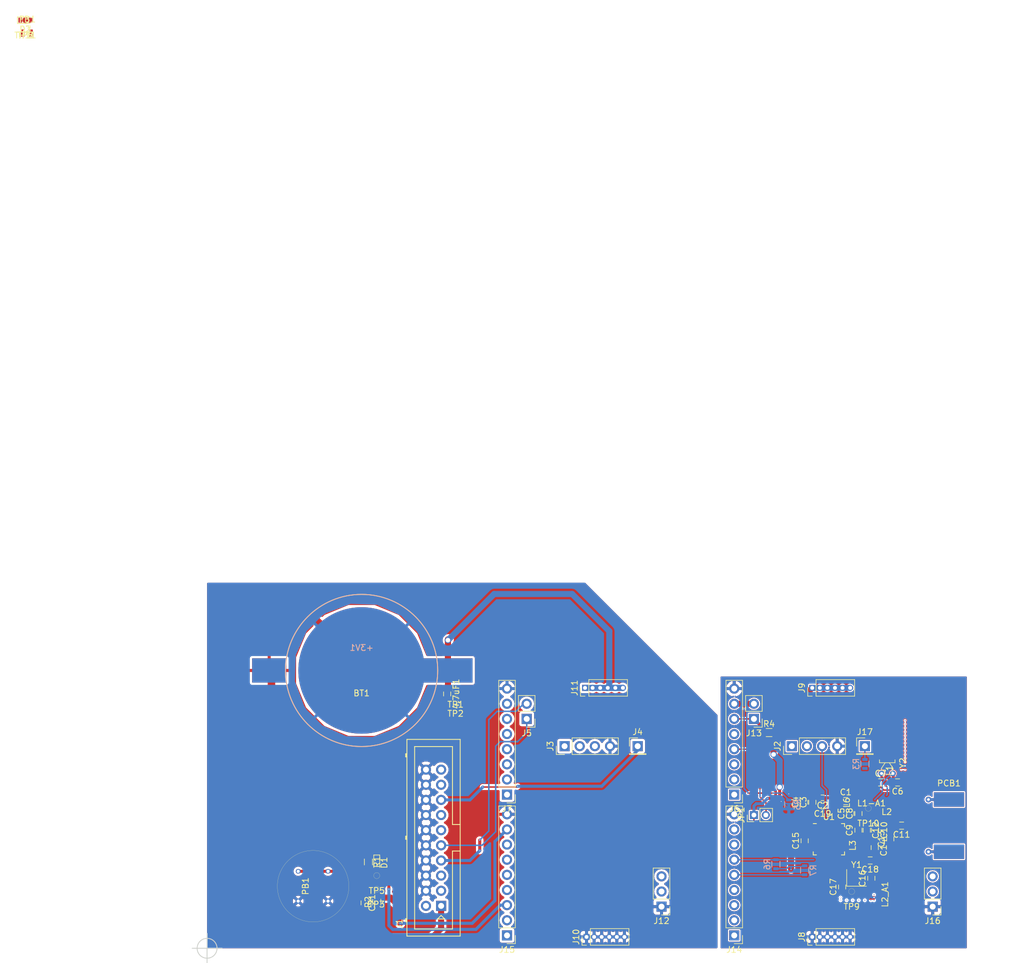
<source format=kicad_pcb>
(kicad_pcb (version 4) (host pcbnew 4.0.5)
  (layers (0 F.Cu signal) (31 B.Cu signal) (34 B.Paste user) (35 F.Paste user) (36 B.SilkS user) (37 F.SilkS user) (38 B.Mask user) (39 F.Mask user) (44 Edge.Cuts user))
  (net 0 "")
  (net 1 GND)
  (net 2 +BATT)
  (net 3 "Net-(C19-Pad1)")
  (net 4 "Net-(C3-Pad1)")
  (net 5 "Net-(C6-Pad1)")
  (net 6 /16MHz)
  (net 7 "Net-(C7-Pad2)")
  (net 8 "Net-(C8-Pad1)")
  (net 9 "Net-(C12-Pad2)")
  (net 10 "Net-(C10-Pad1)")
  (net 11 "Net-(C11-Pad1)")
  (net 12 "Net-(C11-Pad2)")
  (net 13 "Net-(C14-Pad2)")
  (net 14 "Net-(C16-Pad1)")
  (net 15 /32kHz)
  (net 16 "Net-(C17-Pad2)")
  (net 17 "Net-(D1-Pad1)")
  (net 18 "Net-(L6-Pad2)")
  (net 19 "Net-(J1-Pad2)")
  (net 20 "Net-(J1-Pad3)")
  (net 21 "Net-(J1-Pad5)")
  (net 22 "Net-(J1-Pad7)")
  (net 23 "Net-(J1-Pad9)")
  (net 24 "Net-(J1-Pad11)")
  (net 25 "Net-(J1-Pad13)")
  (net 26 "Net-(J1-Pad15)")
  (net 27 "Net-(J1-Pad17)")
  (net 28 "Net-(J1-Pad19)")
  (net 29 DIO7)
  (net 30 DIO3)
  (net 31 DIO0)
  (net 32 DIO10)
  (net 33 DIO9)
  (net 34 DIO1)
  (net 35 DIO2)
  (net 36 DIO8)
  (net 37 DIO11)
  (net 38 DIO12)
  (net 39 DIO13)
  (net 40 DIO14)
  (net 41 ANATEST1)
  (net 42 ADC1)
  (net 43 ADC2)
  (net 44 DIO3_O)
  (net 45 ANATEST1_O)
  (net 46 "Net-(J3-Pad1)")
  (net 47 "Net-(J3-Pad2)")
  (net 48 "Net-(J3-Pad3)")
  (net 49 "Net-(J7-Pad1)")
  (net 50 "Net-(J7-Pad2)")
  (net 51 "Net-(J7-Pad3)")
  (net 52 "Net-(J7-Pad4)")
  (net 53 "Net-(J7-Pad5)")
  (net 54 "Net-(J7-Pad6)")
  (net 55 "Net-(J7-Pad7)")
  (net 56 "Net-(J15-Pad1)")
  (net 57 "Net-(J15-Pad2)")
  (net 58 "Net-(J15-Pad4)")
  (net 59 "Net-(J15-Pad5)")
  (net 60 "Net-(J15-Pad6)")
  (net 61 "Net-(J15-Pad7)")
  (net 62 "Net-(J17-Pad1)")
  (net 63 "Net-(R3-Pad2)")
  (net 64 "Net-(+3V1-Pad2)")
  (net 65 "Net-(FB1-Pad2)")
  (net 66 DIO4)
  (net 67 DIO5)
  (net 68 DIO6)
  (net 69 "Net-(J15-Pad3)")
  (net 70 "Net-(J15-Pad8)")
  (net 71 "Net-(D2-Pad1)")
  (module SMD_CoinCell (layer F.Cu) (at 56.388 109.093)
    (fp_text reference BT1 (at 0 3.81) (layer F.SilkS))
    (fp_text value "Coin Cell")
    (pad 2 smd circle (at 0 0) (size 21.209 21.209) (layers F.Cu F.Paste F.Mask) (net 2 +BATT))
    (pad 1 smd rect (at -15.494 0) (size 5.715 4.064) (layers F.Cu F.Paste F.Mask) (net 1 GND))
    (pad 3 connect rect (at 14.478 0) (size 8.255 4.064) (layers F.Cu F.Mask) (net 2 +BATT))
  )
  (module Pin_Headers:Pin_Header_Straight_1x02_Pitch2.00mm (layer F.Cu) (at 122.174 133.35 90)
    (fp_text reference JP1 (at 0 -2.12 90) (layer F.SilkS))
    (fp_text value DIO7-HIGH)
    (pad 1 thru_hole rect (at 0 0 90) (size 1.35 1.35) (drill 0.8) (layers *.Cu *.Mask) (net 2 +BATT))
    (pad 2 thru_hole oval (at 0 2 90) (size 1.35 1.35) (drill 0.8) (layers *.Cu *.Mask) (net 29 DIO7))
  )
  (module Capacitors_SMD:C_0603 (layer F.Cu) (at 142.4305 138.811 270)
    (fp_text reference C14 (at 0 -1.5 270) (layer F.SilkS))
    (fp_text value TBD)
    (pad 1 smd rect (at -0.75 0 270) (size 0.8 0.75) (layers F.Cu F.Paste F.Mask) (net 1 GND))
    (pad 2 smd rect (at 0.75 0 270) (size 0.8 0.75) (layers F.Cu F.Paste F.Mask) (net 13 "Net-(C14-Pad2)"))
  )
  (module Capacitors_SMD:C_0603 (layer F.Cu) (at 137.5664 131.0132)
    (fp_text reference C1 (at 0 -1.5) (layer F.SilkS))
    (fp_text value 1uF)
    (pad 1 smd rect (at -0.75 0) (size 0.8 0.75) (layers F.Cu F.Paste F.Mask) (net 1 GND))
    (pad 2 smd rect (at 0.75 0) (size 0.8 0.75) (layers F.Cu F.Paste F.Mask) (net 2 +BATT))
  )
  (module Capacitors_SMD:C_0603 (layer F.Cu) (at 131.9657 131.2037 90)
    (fp_text reference C3 (at 0 -1.5 90) (layer F.SilkS))
    (fp_text value 100pF)
    (pad 1 smd rect (at -0.75 0 90) (size 0.8 0.75) (layers F.Cu F.Paste F.Mask) (net 4 "Net-(C3-Pad1)"))
    (pad 2 smd rect (at 0.75 0 90) (size 0.8 0.75) (layers F.Cu F.Paste F.Mask) (net 1 GND))
  )
  (module Capacitors_SMD:C_0603 (layer F.Cu) (at 130.6068 131.2037 90)
    (fp_text reference C4 (at 0 -1.5 90) (layer F.SilkS))
    (fp_text value 0.1uF)
    (pad 1 smd rect (at -0.75 0 90) (size 0.8 0.75) (layers F.Cu F.Paste F.Mask) (net 4 "Net-(C3-Pad1)"))
    (pad 2 smd rect (at 0.75 0 90) (size 0.8 0.75) (layers F.Cu F.Paste F.Mask) (net 1 GND))
  )
  (module Capacitors_SMD:C_0603 (layer F.Cu) (at 139.7 133.096 90)
    (fp_text reference C8 (at 0 -1.5 90) (layer F.SilkS))
    (fp_text value TBD)
    (pad 1 smd rect (at -0.75 0 90) (size 0.8 0.75) (layers F.Cu F.Paste F.Mask) (net 8 "Net-(C8-Pad1)"))
    (pad 2 smd rect (at 0.75 0 90) (size 0.8 0.75) (layers F.Cu F.Paste F.Mask) (net 1 GND))
  )
  (module Capacitors_SMD:C_0603 (layer F.Cu) (at 139.7 135.89 90)
    (fp_text reference C9 (at 0 -1.5 90) (layer F.SilkS))
    (fp_text value TBD)
    (pad 1 smd rect (at -0.75 0 90) (size 0.8 0.75) (layers F.Cu F.Paste F.Mask) (net 9 "Net-(C12-Pad2)"))
    (pad 2 smd rect (at 0.75 0 90) (size 0.8 0.75) (layers F.Cu F.Paste F.Mask) (net 8 "Net-(C8-Pad1)"))
  )
  (module Capacitors_SMD:C_0603 (layer F.Cu) (at 142.494 135.89 270)
    (fp_text reference C10 (at 0 -1.5 270) (layer F.SilkS))
    (fp_text value TBD)
    (pad 1 smd rect (at -0.75 0 270) (size 0.8 0.75) (layers F.Cu F.Paste F.Mask) (net 10 "Net-(C10-Pad1)"))
    (pad 2 smd rect (at 0.75 0 270) (size 0.8 0.75) (layers F.Cu F.Paste F.Mask) (net 1 GND))
  )
  (module Capacitors_SMD:C_0603 (layer F.Cu) (at 146.939 135.128 180)
    (fp_text reference C11 (at 0 -1.5 180) (layer F.SilkS))
    (fp_text value TBD)
    (pad 1 smd rect (at -0.75 0 180) (size 0.8 0.75) (layers F.Cu F.Paste F.Mask) (net 11 "Net-(C11-Pad1)"))
    (pad 2 smd rect (at 0.75 0 180) (size 0.8 0.75) (layers F.Cu F.Paste F.Mask) (net 12 "Net-(C11-Pad2)"))
  )
  (module Capacitors_SMD:C_0603 (layer F.Cu) (at 141.097 135.89 270)
    (fp_text reference C12 (at 0 -1.5 270) (layer F.SilkS))
    (fp_text value TBD)
    (pad 1 smd rect (at -0.75 0 270) (size 0.8 0.75) (layers F.Cu F.Paste F.Mask) (net 10 "Net-(C10-Pad1)"))
    (pad 2 smd rect (at 0.75 0 270) (size 0.8 0.75) (layers F.Cu F.Paste F.Mask) (net 9 "Net-(C12-Pad2)"))
  )
  (module Capacitors_SMD:C_0603 (layer F.Cu) (at 145.034 137.3505 90)
    (fp_text reference C13 (at 0 -1.5 90) (layer F.SilkS))
    (fp_text value TBD)
    (pad 1 smd rect (at -0.75 0 90) (size 0.8 0.75) (layers F.Cu F.Paste F.Mask) (net 1 GND))
    (pad 2 smd rect (at 0.75 0 90) (size 0.8 0.75) (layers F.Cu F.Paste F.Mask) (net 12 "Net-(C11-Pad2)"))
  )
  (module Capacitors_SMD:C_0603 (layer F.Cu) (at 130.683 137.668 90)
    (fp_text reference C15 (at 0 -1.5 90) (layer F.SilkS))
    (fp_text value 2.2uF)
    (pad 1 smd rect (at -0.75 0 90) (size 0.8 0.75) (layers F.Cu F.Paste F.Mask) (net 1 GND))
    (pad 2 smd rect (at 0.75 0 90) (size 0.8 0.75) (layers F.Cu F.Paste F.Mask) (net 2 +BATT))
  )
  (module Capacitors_SMD:C_0603 (layer F.Cu) (at 141.859 143.9545 90)
    (fp_text reference C16 (at 0 -1.5 90) (layer F.SilkS))
    (fp_text value TBD)
    (pad 1 smd rect (at -0.75 0 90) (size 0.8 0.75) (layers F.Cu F.Paste F.Mask) (net 14 "Net-(C16-Pad1)"))
    (pad 2 smd rect (at 0.75 0 90) (size 0.8 0.75) (layers F.Cu F.Paste F.Mask) (net 6 /16MHz))
  )
  (module Capacitors_SMD:C_0603 (layer F.Cu) (at 136.9695 145.415 90)
    (fp_text reference C17 (at 0 -1.5 90) (layer F.SilkS))
    (fp_text value TBD)
    (pad 1 smd rect (at -0.75 0 90) (size 0.8 0.75) (layers F.Cu F.Paste F.Mask) (net 1 GND))
    (pad 2 smd rect (at 0.75 0 90) (size 0.8 0.75) (layers F.Cu F.Paste F.Mask) (net 16 "Net-(C17-Pad2)"))
  )
  (module Capacitors_SMD:C_0603 (layer F.Cu) (at 141.6685 140.97 180)
    (fp_text reference C18 (at 0 -1.5 180) (layer F.SilkS))
    (fp_text value 10pF)
    (pad 1 smd rect (at -0.75 0 180) (size 0.8 0.75) (layers F.Cu F.Paste F.Mask) (net 1 GND))
    (pad 2 smd rect (at 0.75 0 180) (size 0.8 0.75) (layers F.Cu F.Paste F.Mask) (net 2 +BATT))
  )
  (module Miscellaneous:TP_gen (layer F.Cu) (at 58.928 145.796)
    (fp_text reference TP3 (at 0 2.54) (layer F.SilkS))
    (fp_text value V_BUTT1)
    (pad 1 smd circle (at 0 0) (size 1.016 1.016) (layers F.Cu F.Paste F.Mask) (net 44 DIO3_O))
  )
  (module Capacitors_SMD:C_0603_HandSoldering (layer F.Cu) (at 56.896 148.082 270)
    (fp_text reference C21 (at 0 -1.25 270) (layer F.SilkS))
    (fp_text value 100nF)
    (pad 1 smd rect (at -0.95 0 270) (size 1.2 0.75) (layers F.Cu F.Paste F.Mask) (net 44 DIO3_O))
    (pad 2 smd rect (at 0.95 0 270) (size 1.2 0.75) (layers F.Cu F.Paste F.Mask) (net 1 GND))
  )
  (module Connectors_Multicomp:Multicomp_MC9A12-2034_2x10x2.54mm_Straight (layer F.Cu) (at 69.723 148.59 90)
    (fp_text reference J1 (at -3 -7 90) (layer F.SilkS))
    (fp_text value JTAG_10x2)
    (pad 1 thru_hole rect (at 0 0 90) (size 1.7 1.7) (drill 1) (layers *.Cu *.Mask) (net 2 +BATT))
    (pad 2 thru_hole circle (at 0 -2.54 90) (size 1.7 1.7) (drill 1) (layers *.Cu *.Mask) (net 19 "Net-(J1-Pad2)"))
    (pad 3 thru_hole circle (at 2.54 0 90) (size 1.7 1.7) (drill 1) (layers *.Cu *.Mask) (net 20 "Net-(J1-Pad3)"))
    (pad 4 thru_hole circle (at 2.54 -2.54 90) (size 1.7 1.7) (drill 1) (layers *.Cu *.Mask) (net 1 GND))
    (pad 5 thru_hole circle (at 5.08 0 90) (size 1.7 1.7) (drill 1) (layers *.Cu *.Mask) (net 21 "Net-(J1-Pad5)"))
    (pad 6 thru_hole circle (at 5.08 -2.54 90) (size 1.7 1.7) (drill 1) (layers *.Cu *.Mask) (net 1 GND))
    (pad 7 thru_hole circle (at 7.62 0 90) (size 1.7 1.7) (drill 1) (layers *.Cu *.Mask) (net 22 "Net-(J1-Pad7)"))
    (pad 8 thru_hole circle (at 7.62 -2.54 90) (size 1.7 1.7) (drill 1) (layers *.Cu *.Mask) (net 1 GND))
    (pad 9 thru_hole circle (at 10.16 0 90) (size 1.7 1.7) (drill 1) (layers *.Cu *.Mask) (net 23 "Net-(J1-Pad9)"))
    (pad 10 thru_hole circle (at 10.16 -2.54 90) (size 1.7 1.7) (drill 1) (layers *.Cu *.Mask) (net 1 GND))
    (pad 11 thru_hole circle (at 12.7 0 90) (size 1.7 1.7) (drill 1) (layers *.Cu *.Mask) (net 24 "Net-(J1-Pad11)"))
    (pad 12 thru_hole circle (at 12.7 -2.54 90) (size 1.7 1.7) (drill 1) (layers *.Cu *.Mask) (net 1 GND))
    (pad 13 thru_hole circle (at 15.24 0 90) (size 1.7 1.7) (drill 1) (layers *.Cu *.Mask) (net 25 "Net-(J1-Pad13)"))
    (pad 14 thru_hole circle (at 15.24 -2.54 90) (size 1.7 1.7) (drill 1) (layers *.Cu *.Mask) (net 1 GND))
    (pad 15 thru_hole circle (at 17.78 0 90) (size 1.7 1.7) (drill 1) (layers *.Cu *.Mask) (net 26 "Net-(J1-Pad15)"))
    (pad 16 thru_hole circle (at 17.78 -2.54 90) (size 1.7 1.7) (drill 1) (layers *.Cu *.Mask) (net 1 GND))
    (pad 17 thru_hole circle (at 20.32 0 90) (size 1.7 1.7) (drill 1) (layers *.Cu *.Mask) (net 27 "Net-(J1-Pad17)"))
    (pad 18 thru_hole circle (at 20.32 -2.54 90) (size 1.7 1.7) (drill 1) (layers *.Cu *.Mask) (net 1 GND))
    (pad 19 thru_hole circle (at 22.86 0 90) (size 1.7 1.7) (drill 1) (layers *.Cu *.Mask) (net 28 "Net-(J1-Pad19)"))
    (pad 20 thru_hole circle (at 22.86 -2.54 90) (size 1.7 1.7) (drill 1) (layers *.Cu *.Mask) (net 1 GND))
  )
  (module Inductors_NEOSID:Neosid_Inductor_SM0603CG (layer F.Cu) (at 141.7955 133.6675)
    (fp_text reference L1-A1 (at 0.09906 -2.30124) (layer F.SilkS))
    (fp_text value TBD)
    (pad 2 smd rect (at 0.70104 0) (size 0.59944 1.19888) (layers F.Cu F.Paste F.Mask) (net 10 "Net-(C10-Pad1)"))
    (pad 1 smd rect (at -0.70104 0) (size 0.59944 1.19888) (layers F.Cu F.Paste F.Mask) (net 8 "Net-(C8-Pad1)"))
  )
  (module Pin_Headers:Pin_Header_Straight_1x06_Pitch1.27mm (layer F.Cu) (at 131.953 153.797 90)
    (fp_text reference J8 (at 0 -1.755 90) (layer F.SilkS))
    (fp_text value GND_IN)
    (pad 1 thru_hole rect (at 0 0 90) (size 1 1) (drill 0.65) (layers *.Cu *.Mask) (net 1 GND))
    (pad 2 thru_hole oval (at 0 1.27 90) (size 1 1) (drill 0.65) (layers *.Cu *.Mask) (net 1 GND))
    (pad 3 thru_hole oval (at 0 2.54 90) (size 1 1) (drill 0.65) (layers *.Cu *.Mask) (net 1 GND))
    (pad 4 thru_hole oval (at 0 3.81 90) (size 1 1) (drill 0.65) (layers *.Cu *.Mask) (net 1 GND))
    (pad 5 thru_hole oval (at 0 5.08 90) (size 1 1) (drill 0.65) (layers *.Cu *.Mask) (net 1 GND))
    (pad 6 thru_hole oval (at 0 6.35 90) (size 1 1) (drill 0.65) (layers *.Cu *.Mask) (net 1 GND))
  )
  (module Pin_Headers:Pin_Header_Straight_1x06_Pitch1.27mm (layer F.Cu) (at 131.953 112.014 90)
    (fp_text reference J9 (at 0 -1.755 90) (layer F.SilkS))
    (fp_text value PWR_IN)
    (pad 1 thru_hole rect (at 0 0 90) (size 1 1) (drill 0.65) (layers *.Cu *.Mask) (net 2 +BATT))
    (pad 2 thru_hole oval (at 0 1.27 90) (size 1 1) (drill 0.65) (layers *.Cu *.Mask) (net 2 +BATT))
    (pad 3 thru_hole oval (at 0 2.54 90) (size 1 1) (drill 0.65) (layers *.Cu *.Mask) (net 2 +BATT))
    (pad 4 thru_hole oval (at 0 3.81 90) (size 1 1) (drill 0.65) (layers *.Cu *.Mask) (net 2 +BATT))
    (pad 5 thru_hole oval (at 0 5.08 90) (size 1 1) (drill 0.65) (layers *.Cu *.Mask) (net 2 +BATT))
    (pad 6 thru_hole oval (at 0 6.35 90) (size 1 1) (drill 0.65) (layers *.Cu *.Mask) (net 2 +BATT))
  )
  (module Pin_Headers:Pin_Header_Straight_1x06_Pitch1.27mm (layer F.Cu) (at 94.107 153.797 90)
    (fp_text reference J10 (at 0 -1.755 90) (layer F.SilkS))
    (fp_text value GND_OUT)
    (pad 1 thru_hole rect (at 0 0 90) (size 1 1) (drill 0.65) (layers *.Cu *.Mask) (net 1 GND))
    (pad 2 thru_hole oval (at 0 1.27 90) (size 1 1) (drill 0.65) (layers *.Cu *.Mask) (net 1 GND))
    (pad 3 thru_hole oval (at 0 2.54 90) (size 1 1) (drill 0.65) (layers *.Cu *.Mask) (net 1 GND))
    (pad 4 thru_hole oval (at 0 3.81 90) (size 1 1) (drill 0.65) (layers *.Cu *.Mask) (net 1 GND))
    (pad 5 thru_hole oval (at 0 5.08 90) (size 1 1) (drill 0.65) (layers *.Cu *.Mask) (net 1 GND))
    (pad 6 thru_hole oval (at 0 6.35 90) (size 1 1) (drill 0.65) (layers *.Cu *.Mask) (net 1 GND))
  )
  (module Pin_Headers:Pin_Header_Straight_1x06_Pitch1.27mm (layer F.Cu) (at 93.853 112.014 90)
    (fp_text reference J11 (at 0 -1.755 90) (layer F.SilkS))
    (fp_text value PWR_OUT)
    (pad 1 thru_hole rect (at 0 0 90) (size 1 1) (drill 0.65) (layers *.Cu *.Mask) (net 2 +BATT))
    (pad 2 thru_hole oval (at 0 1.27 90) (size 1 1) (drill 0.65) (layers *.Cu *.Mask) (net 2 +BATT))
    (pad 3 thru_hole oval (at 0 2.54 90) (size 1 1) (drill 0.65) (layers *.Cu *.Mask) (net 2 +BATT))
    (pad 4 thru_hole oval (at 0 3.81 90) (size 1 1) (drill 0.65) (layers *.Cu *.Mask) (net 2 +BATT))
    (pad 5 thru_hole oval (at 0 5.08 90) (size 1 1) (drill 0.65) (layers *.Cu *.Mask) (net 2 +BATT))
    (pad 6 thru_hole oval (at 0 6.35 90) (size 1 1) (drill 0.65) (layers *.Cu *.Mask) (net 2 +BATT))
  )
  (module Miscellaneous:TP_gen (layer F.Cu) (at 72.136 112.268)
    (fp_text reference TP1 (at 0 2.54) (layer F.SilkS))
    (fp_text value +VBATT)
    (pad 1 smd circle (at 0 0) (size 1.016 1.016) (layers F.Cu F.Paste F.Mask) (net 64 "Net-(+3V1-Pad2)"))
  )
  (module Miscellaneous:TP_gen (layer F.Cu) (at 72.136 113.792)
    (fp_text reference TP2 (at 0 2.54) (layer F.SilkS))
    (fp_text value GND)
    (pad 1 smd circle (at 0 0) (size 1.016 1.016) (layers F.Cu F.Paste F.Mask) (net 1 GND))
  )
  (module Inductors_NEOSID:Neosid_Inductor_SM0603CG (layer F.Cu) (at 147.193 125.984 90)
    (fp_text reference L1 (at 0.09906 -2.30124 90) (layer F.SilkS))
    (fp_text value TBD)
    (pad 2 smd rect (at 0.70104 0 90) (size 0.59944 1.19888) (layers F.Cu F.Paste F.Mask) (net 1 GND))
    (pad 1 smd rect (at -0.70104 0 90) (size 0.59944 1.19888) (layers F.Cu F.Paste F.Mask) (net 5 "Net-(C6-Pad1)"))
  )
  (module Inductors_NEOSID:Neosid_Inductor_SM0603CG (layer F.Cu) (at 144.3355 135.128)
    (fp_text reference L2 (at 0.09906 -2.30124) (layer F.SilkS))
    (fp_text value TBD)
    (pad 2 smd rect (at 0.70104 0) (size 0.59944 1.19888) (layers F.Cu F.Paste F.Mask) (net 12 "Net-(C11-Pad2)"))
    (pad 1 smd rect (at -0.70104 0) (size 0.59944 1.19888) (layers F.Cu F.Paste F.Mask) (net 10 "Net-(C10-Pad1)"))
  )
  (module Inductors_NEOSID:Neosid_Inductor_SM0603CG (layer F.Cu) (at 141.859 146.558 270)
    (fp_text reference L2_A1 (at 0.09906 -2.30124 270) (layer F.SilkS))
    (fp_text value TBD)
    (pad 2 smd rect (at 0.70104 0 270) (size 0.59944 1.19888) (layers F.Cu F.Paste F.Mask) (net 1 GND))
    (pad 1 smd rect (at -0.70104 0 270) (size 0.59944 1.19888) (layers F.Cu F.Paste F.Mask) (net 14 "Net-(C16-Pad1)"))
  )
  (module Inductors_NEOSID:Neosid_Inductor_SM0603CG (layer F.Cu) (at 141.0335 138.557 90)
    (fp_text reference L3 (at 0.09906 -2.30124 90) (layer F.SilkS))
    (fp_text value TBD)
    (pad 2 smd rect (at 0.70104 0 90) (size 0.59944 1.19888) (layers F.Cu F.Paste F.Mask) (net 9 "Net-(C12-Pad2)"))
    (pad 1 smd rect (at -0.70104 0 90) (size 0.59944 1.19888) (layers F.Cu F.Paste F.Mask) (net 13 "Net-(C14-Pad2)"))
  )
  (module Inductors_NEOSID:Neosid_Inductor_SM0603CG (layer F.Cu) (at 135.4328 131.1656 270)
    (fp_text reference L6 (at 0.09906 -2.30124 270) (layer F.SilkS))
    (fp_text value L)
    (pad 2 smd rect (at 0.70104 0 270) (size 0.59944 1.19888) (layers F.Cu F.Paste F.Mask) (net 18 "Net-(L6-Pad2)"))
    (pad 1 smd rect (at -0.70104 0 270) (size 0.59944 1.19888) (layers F.Cu F.Paste F.Mask) (net 3 "Net-(C19-Pad1)"))
  )
  (module Miscellaneous:Molex_SMA_Jack_Edge_Mount (layer F.Cu) (at 153.162 135.128 180)
    (fp_text reference PCB1 (at -1.72 7.11 180) (layer F.SilkS))
    (fp_text value "(2.4GHz) Antenna")
    (pad 1 smd rect (at -1.72 0 180) (size 5.08 2.29) (layers F.Cu F.Paste F.Mask) (net 11 "Net-(C11-Pad1)"))
    (pad 2 smd rect (at -1.72 -4.38 180) (size 5.08 2.42) (layers F.Cu F.Paste F.Mask))
    (pad 2 smd rect (at -1.72 4.38 180) (size 5.08 2.42) (layers F.Cu F.Paste F.Mask))
    (pad 2 smd rect (at -1.72 -4.38 180) (size 5.08 2.42) (layers B.Cu B.Paste B.Mask))
    (pad 2 smd rect (at -1.72 4.38 180) (size 5.08 2.42) (layers B.Cu B.Paste B.Mask))
    (pad 2 thru_hole circle (at 1.72 -4.38 180) (size 0.97 0.97) (drill 0.46) (layers *.Cu))
    (pad 2 thru_hole circle (at 1.72 4.38 180) (size 0.97 0.97) (drill 0.46) (layers *.Cu))
    (pad 2 smd rect (at 1.27 -4.38 180) (size 0.9144 0.4826) (layers F.Cu))
    (pad 2 smd rect (at 1.27 4.38 180) (size 0.9144 0.4826) (layers F.Cu))
    (pad 2 smd rect (at 1.27 -4.38 180) (size 0.9144 0.4826) (layers B.Cu))
    (pad 2 smd rect (at 1.27 4.38 180) (size 0.9144 0.4826) (layers B.Cu))
  )
  (module Miscellaneous:TP_gen (layer F.Cu) (at 141.351 132.207)
    (fp_text reference TP10 (at 0 2.54) (layer F.SilkS))
    (fp_text value V_ANT_1)
    (pad 1 smd circle (at 0 0) (size 1.016 1.016) (layers F.Cu F.Paste F.Mask) (net 8 "Net-(C8-Pad1)"))
  )
  (module Crystals:Crystal_SMD_2520-4pin_2.5x2.0mm (layer F.Cu) (at 139.3825 143.891)
    (fp_text reference Y1 (at 0 -2.2) (layer F.SilkS))
    (fp_text value Crystal_GND24)
    (pad 1 smd rect (at -0.875 0.7) (size 1.15 1) (layers F.Cu F.Mask) (net 16 "Net-(C17-Pad2)"))
    (pad 2 smd rect (at 0.875 0.7) (size 1.15 1) (layers F.Cu F.Mask) (net 1 GND))
    (pad 3 smd rect (at 0.875 -0.7) (size 1.15 1) (layers F.Cu F.Mask) (net 6 /16MHz))
    (pad 4 smd rect (at -0.875 -0.7) (size 1.15 1) (layers F.Cu F.Mask) (net 1 GND))
  )
  (module Capacitors_SMD:C_0402 (layer F.Cu) (at 133.6802 130.4544 180)
    (fp_text reference C2 (at 0 -1.27 180) (layer F.SilkS))
    (fp_text value 100pF)
    (pad 1 smd rect (at -0.55 0 180) (size 0.6 0.5) (layers F.Cu F.Paste F.Mask) (net 3 "Net-(C19-Pad1)"))
    (pad 2 smd rect (at 0.55 0 180) (size 0.6 0.5) (layers F.Cu F.Paste F.Mask) (net 1 GND))
  )
  (module Capacitors_SMD:C_0603 (layer F.Cu) (at 146.2659 127.8763 180)
    (fp_text reference C6 (at 0 -1.5 180) (layer F.SilkS))
    (fp_text value 0.22uF)
    (pad 1 smd rect (at -0.75 0 180) (size 0.8 0.75) (layers F.Cu F.Paste F.Mask) (net 5 "Net-(C6-Pad1)"))
    (pad 2 smd rect (at 0.75 0 180) (size 0.8 0.75) (layers F.Cu F.Paste F.Mask) (net 15 /32kHz))
  )
  (module Capacitors_SMD:C_0603 (layer F.Cu) (at 143.4084 127.8763)
    (fp_text reference C7 (at 0 -1.5) (layer F.SilkS))
    (fp_text value 4.7uF)
    (pad 1 smd rect (at -0.75 0) (size 0.8 0.75) (layers F.Cu F.Paste F.Mask) (net 5 "Net-(C6-Pad1)"))
    (pad 2 smd rect (at 0.75 0) (size 0.8 0.75) (layers F.Cu F.Paste F.Mask) (net 7 "Net-(C7-Pad2)"))
  )
  (module Capacitors_SMD:C_0402 (layer F.Cu) (at 133.6802 131.8514 180)
    (fp_text reference C19 (at 0 -1.27 180) (layer F.SilkS))
    (fp_text value 0.1uF)
    (pad 1 smd rect (at -0.55 0 180) (size 0.6 0.5) (layers F.Cu F.Paste F.Mask) (net 3 "Net-(C19-Pad1)"))
    (pad 2 smd rect (at 0.55 0 180) (size 0.6 0.5) (layers F.Cu F.Paste F.Mask) (net 1 GND))
  )
  (module LEDs:LED_0603 (layer F.Cu) (at 58.928 141.351 270)
    (fp_text reference D1 (at 0 -1.25 270) (layer F.SilkS))
    (fp_text value LED)
    (pad 2 smd rect (at 0.8 0 90) (size 0.8 0.8) (layers F.Cu F.Paste F.Mask) (net 45 ANATEST1_O))
    (pad 1 smd rect (at -0.8 0 90) (size 0.8 0.8) (layers F.Cu F.Paste F.Mask) (net 17 "Net-(D1-Pad1)"))
  )
  (module Miscellaneous:pb_basic (layer F.Cu) (at 48.26 145.288 270)
    (fp_text reference PB1 (at 0 1.27 270) (layer F.SilkS))
    (fp_text value pb_basic)
    (pad 4 thru_hole circle (at 2.5019 2.5019 270) (size 0.7874 0.7874) (drill 0.508) (layers *.Cu *.Mask) (net 1 GND))
    (pad 3 thru_hole circle (at -2.5019 2.5019 270) (size 0.7874 0.7874) (drill 0.508) (layers *.Cu *.Mask) (net 44 DIO3_O))
    (pad 1 thru_hole circle (at -2.5019 -2.5019 270) (size 0.7874 0.7874) (drill 0.508) (layers *.Cu *.Mask) (net 44 DIO3_O))
    (pad 2 thru_hole circle (at 2.5019 -2.5019 270) (size 0.7874 0.7874) (drill 0.508) (layers *.Cu *.Mask) (net 1 GND))
  )
  (module Resistors_SMD:R_0603 (layer F.Cu) (at 57.531 141.224 270)
    (fp_text reference R1 (at 0 -1.45 270) (layer F.SilkS))
    (fp_text value 1k)
    (pad 1 smd rect (at -0.75 0 270) (size 0.5 0.9) (layers F.Cu F.Paste F.Mask) (net 17 "Net-(D1-Pad1)"))
    (pad 2 smd rect (at 0.75 0 270) (size 0.5 0.9) (layers F.Cu F.Paste F.Mask) (net 1 GND))
  )
  (module Resistors_SMD:R_0603 (layer F.Cu) (at 58.928 147.955 90)
    (fp_text reference R2 (at 0 -1.45 90) (layer F.SilkS))
    (fp_text value 10k)
    (pad 1 smd rect (at -0.75 0 90) (size 0.5 0.9) (layers F.Cu F.Paste F.Mask) (net 2 +BATT))
    (pad 2 smd rect (at 0.75 0 90) (size 0.5 0.9) (layers F.Cu F.Paste F.Mask) (net 44 DIO3_O))
  )
  (module Resistors_SMD:R_0603 (layer B.Cu) (at 140.7795 124.7775 270)
    (fp_text reference R3 (at 0 1.45 270) (layer B.SilkS) (effects (justify mirror)))
    (fp_text value 0)
    (pad 1 smd rect (at -0.75 0 270) (size 0.5 0.9) (layers B.Cu B.Paste B.Mask) (net 62 "Net-(J17-Pad1)"))
    (pad 2 smd rect (at 0.75 0 270) (size 0.5 0.9) (layers B.Cu B.Paste B.Mask) (net 63 "Net-(R3-Pad2)"))
  )
  (module Resistors_SMD:R_0603 (layer F.Cu) (at 124.714 119.507)
    (fp_text reference R4 (at 0 -1.45) (layer F.SilkS))
    (fp_text value 10k)
    (pad 1 smd rect (at -0.75 0) (size 0.5 0.9) (layers F.Cu F.Paste F.Mask) (net 33 DIO9))
    (pad 2 smd rect (at 0.75 0) (size 0.5 0.9) (layers F.Cu F.Paste F.Mask) (net 2 +BATT))
  )
  (module Resistors_SMD:R_0603 (layer B.Cu) (at 128.016 131.572 90)
    (fp_text reference R5 (at 0 1.45 90) (layer B.SilkS) (effects (justify mirror)))
    (fp_text value 10k)
    (pad 1 smd rect (at -0.75 0 90) (size 0.5 0.9) (layers B.Cu B.Paste B.Mask) (net 1 GND))
    (pad 2 smd rect (at 0.75 0 90) (size 0.5 0.9) (layers B.Cu B.Paste B.Mask) (net 32 DIO10))
  )
  (module Resistors_SMD:R_0603 (layer B.Cu) (at 125.857 141.605 270)
    (fp_text reference R6 (at 0 1.45 270) (layer B.SilkS) (effects (justify mirror)))
    (fp_text value 10k)
    (pad 1 smd rect (at -0.75 0 270) (size 0.5 0.9) (layers B.Cu B.Paste B.Mask) (net 34 DIO1))
    (pad 2 smd rect (at 0.75 0 270) (size 0.5 0.9) (layers B.Cu B.Paste B.Mask) (net 2 +BATT))
  )
  (module Resistors_SMD:R_0603 (layer B.Cu) (at 130.683 142.621 90)
    (fp_text reference R7 (at 0 1.45 90) (layer B.SilkS) (effects (justify mirror)))
    (fp_text value 10k)
    (pad 1 smd rect (at -0.75 0 90) (size 0.5 0.9) (layers B.Cu B.Paste B.Mask) (net 31 DIO0))
    (pad 2 smd rect (at 0.75 0 90) (size 0.5 0.9) (layers B.Cu B.Paste B.Mask) (net 2 +BATT))
  )
  (module Miscellaneous:TP_gen (layer F.Cu) (at 138.557 146.177)
    (fp_text reference TP9 (at 0 2.54) (layer F.SilkS))
    (fp_text value V_32kHz_2)
    (pad 1 smd circle (at 0 0) (size 1.016 1.016) (layers F.Cu F.Paste F.Mask) (net 16 "Net-(C17-Pad2)"))
  )
  (module Crystals:Crystal_C26-LF_d2.1mm_l6.5mm_Horizontal_1EP_style1 (layer F.Cu) (at 145.4785 126.3777 180)
    (fp_text reference Y2 (at -1.67 1.75 270) (layer F.SilkS))
    (fp_text value Crystal_GND2)
    (pad 1 thru_hole circle (at 0 0 180) (size 1 1) (drill 0.5) (layers *.Cu *.Mask) (net 15 /32kHz))
    (pad 2 thru_hole circle (at 1.9 0 180) (size 1 1) (drill 0.5) (layers *.Cu *.Mask) (net 7 "Net-(C7-Pad2)"))
    (pad 3 smd rect (at 0.95 5.75 180) (size 2.2 6.5) (layers F.Cu F.Mask) (net 1 GND))
  )
  (module Capacitors_SMD:C_0603 (layer F.Cu) (at 138.3284 133.096 90)
    (fp_text reference C5 (at 0 -1.5 90) (layer F.SilkS))
    (fp_text value 1000pF)
    (pad 1 smd rect (at -0.75 0 90) (size 0.8 0.75) (layers F.Cu F.Paste F.Mask) (net 1 GND))
    (pad 2 smd rect (at 0.75 0 90) (size 0.8 0.75) (layers F.Cu F.Paste F.Mask) (net 2 +BATT))
  )
  (module Pin_Headers:Pin_Header_Straight_1x04_Pitch2.54mm (layer F.Cu) (at 128.524 121.793 90)
    (fp_text reference J2 (at 0 -2.39 90) (layer F.SilkS))
    (fp_text value IO_UP)
    (pad 1 thru_hole rect (at 0 0 90) (size 1.7 1.7) (drill 1) (layers *.Cu *.Mask) (net 37 DIO11))
    (pad 2 thru_hole oval (at 0 2.54 90) (size 1.7 1.7) (drill 1) (layers *.Cu *.Mask) (net 38 DIO12))
    (pad 3 thru_hole oval (at 0 5.08 90) (size 1.7 1.7) (drill 1) (layers *.Cu *.Mask) (net 39 DIO13))
    (pad 4 thru_hole oval (at 0 7.62 90) (size 1.7 1.7) (drill 1) (layers *.Cu *.Mask) (net 1 GND))
  )
  (module Pin_Headers:Pin_Header_Straight_1x04_Pitch2.54mm (layer F.Cu) (at 90.424 121.793 90)
    (fp_text reference J3 (at 0 -2.39 90) (layer F.SilkS))
    (fp_text value IO_UP_O)
    (pad 1 thru_hole rect (at 0 0 90) (size 1.7 1.7) (drill 1) (layers *.Cu *.Mask) (net 46 "Net-(J3-Pad1)"))
    (pad 2 thru_hole oval (at 0 2.54 90) (size 1.7 1.7) (drill 1) (layers *.Cu *.Mask) (net 47 "Net-(J3-Pad2)"))
    (pad 3 thru_hole oval (at 0 5.08 90) (size 1.7 1.7) (drill 1) (layers *.Cu *.Mask) (net 48 "Net-(J3-Pad3)"))
    (pad 4 thru_hole oval (at 0 7.62 90) (size 1.7 1.7) (drill 1) (layers *.Cu *.Mask) (net 1 GND))
  )
  (module Pin_Headers:Pin_Header_Straight_1x01_Pitch2.54mm (layer F.Cu) (at 102.6795 121.793)
    (fp_text reference J4 (at 0 -2.39) (layer F.SilkS))
    (fp_text value RESET_O)
    (pad 1 thru_hole rect (at 0 0) (size 1.7 1.7) (drill 1) (layers *.Cu *.Mask) (net 26 "Net-(J1-Pad15)"))
  )
  (module Pin_Headers:Pin_Header_Straight_1x02_Pitch2.54mm (layer F.Cu) (at 84.074 117.221 180)
    (fp_text reference J5 (at 0 -2.39 180) (layer F.SilkS))
    (fp_text value GPIO9/10_O)
    (pad 1 thru_hole rect (at 0 0 180) (size 1.7 1.7) (drill 1) (layers *.Cu *.Mask) (net 23 "Net-(J1-Pad9)"))
    (pad 2 thru_hole oval (at 0 2.54 180) (size 1.7 1.7) (drill 1) (layers *.Cu *.Mask) (net 22 "Net-(J1-Pad7)") (clearance 0.127))
  )
  (module Pin_Headers:Pin_Header_Straight_1x08_Pitch2.54mm (layer F.Cu) (at 118.872 129.921 180)
    (fp_text reference J6 (at 0 -2.39 180) (layer F.SilkS))
    (fp_text value IO_LEFT)
    (pad 1 thru_hole rect (at 0 0 180) (size 1.7 1.7) (drill 1) (layers *.Cu *.Mask) (net 66 DIO4))
    (pad 2 thru_hole oval (at 0 2.54 180) (size 1.7 1.7) (drill 1) (layers *.Cu *.Mask) (net 67 DIO5))
    (pad 3 thru_hole oval (at 0 5.08 180) (size 1.7 1.7) (drill 1) (layers *.Cu *.Mask) (net 68 DIO6))
    (pad 4 thru_hole oval (at 0 7.62 180) (size 1.7 1.7) (drill 1) (layers *.Cu *.Mask) (net 29 DIO7))
    (pad 5 thru_hole oval (at 0 10.16 180) (size 1.7 1.7) (drill 1) (layers *.Cu *.Mask) (net 36 DIO8))
    (pad 6 thru_hole oval (at 0 12.7 180) (size 1.7 1.7) (drill 1) (layers *.Cu *.Mask) (net 33 DIO9))
    (pad 7 thru_hole oval (at 0 15.24 180) (size 1.7 1.7) (drill 1) (layers *.Cu *.Mask) (net 32 DIO10))
    (pad 8 thru_hole oval (at 0 17.78 180) (size 1.7 1.7) (drill 1) (layers *.Cu *.Mask) (net 1 GND))
  )
  (module Pin_Headers:Pin_Header_Straight_1x08_Pitch2.54mm (layer F.Cu) (at 80.772 129.921 180)
    (fp_text reference J7 (at 0 -2.39 180) (layer F.SilkS))
    (fp_text value IO_LEFT_O)
    (pad 1 thru_hole rect (at 0 0 180) (size 1.7 1.7) (drill 1) (layers *.Cu *.Mask) (net 49 "Net-(J7-Pad1)"))
    (pad 2 thru_hole oval (at 0 2.54 180) (size 1.7 1.7) (drill 1) (layers *.Cu *.Mask) (net 50 "Net-(J7-Pad2)"))
    (pad 3 thru_hole oval (at 0 5.08 180) (size 1.7 1.7) (drill 1) (layers *.Cu *.Mask) (net 51 "Net-(J7-Pad3)"))
    (pad 4 thru_hole oval (at 0 7.62 180) (size 1.7 1.7) (drill 1) (layers *.Cu *.Mask) (net 52 "Net-(J7-Pad4)"))
    (pad 5 thru_hole oval (at 0 10.16 180) (size 1.7 1.7) (drill 1) (layers *.Cu *.Mask) (net 53 "Net-(J7-Pad5)"))
    (pad 6 thru_hole oval (at 0 12.7 180) (size 1.7 1.7) (drill 1) (layers *.Cu *.Mask) (net 54 "Net-(J7-Pad6)"))
    (pad 7 thru_hole oval (at 0 15.24 180) (size 1.7 1.7) (drill 1) (layers *.Cu *.Mask) (net 55 "Net-(J7-Pad7)"))
    (pad 8 thru_hole oval (at 0 17.78 180) (size 1.7 1.7) (drill 1) (layers *.Cu *.Mask) (net 1 GND))
  )
  (module Pin_Headers:Pin_Header_Straight_1x03_Pitch2.54mm (layer F.Cu) (at 106.68 148.717 180)
    (fp_text reference J12 (at 0 -2.39 180) (layer F.SilkS))
    (fp_text value GPIO0/1_O)
    (pad 1 thru_hole rect (at 0 0 180) (size 1.7 1.7) (drill 1) (layers *.Cu *.Mask) (net 1 GND))
    (pad 2 thru_hole oval (at 0 2.54 180) (size 1.7 1.7) (drill 1) (layers *.Cu *.Mask) (net 21 "Net-(J1-Pad5)"))
    (pad 3 thru_hole oval (at 0 5.08 180) (size 1.7 1.7) (drill 1) (layers *.Cu *.Mask) (net 25 "Net-(J1-Pad13)"))
  )
  (module Pin_Headers:Pin_Header_Straight_1x02_Pitch2.54mm (layer F.Cu) (at 122.174 117.221 180)
    (fp_text reference J13 (at 0 -2.39 180) (layer F.SilkS))
    (fp_text value GPIO9/10)
    (pad 1 thru_hole rect (at 0 0 180) (size 1.7 1.7) (drill 1) (layers *.Cu *.Mask) (net 33 DIO9))
    (pad 2 thru_hole oval (at 0 2.54 180) (size 1.7 1.7) (drill 1) (layers *.Cu *.Mask) (net 32 DIO10))
  )
  (module Pin_Headers:Pin_Header_Straight_1x09_Pitch2.54mm (layer F.Cu) (at 118.872 153.543 180)
    (fp_text reference J14 (at 0 -2.39 180) (layer F.SilkS))
    (fp_text value IO_BOT)
    (pad 1 thru_hole rect (at 0 0 180) (size 1.7 1.7) (drill 1) (layers *.Cu *.Mask) (net 43 ADC2))
    (pad 2 thru_hole oval (at 0 2.54 180) (size 1.7 1.7) (drill 1) (layers *.Cu *.Mask) (net 42 ADC1))
    (pad 3 thru_hole oval (at 0 5.08 180) (size 1.7 1.7) (drill 1) (layers *.Cu *.Mask) (net 41 ANATEST1))
    (pad 4 thru_hole oval (at 0 7.62 180) (size 1.7 1.7) (drill 1) (layers *.Cu *.Mask) (net 40 DIO14))
    (pad 5 thru_hole oval (at 0 10.16 180) (size 1.7 1.7) (drill 1) (layers *.Cu *.Mask) (net 31 DIO0))
    (pad 6 thru_hole oval (at 0 12.7 180) (size 1.7 1.7) (drill 1) (layers *.Cu *.Mask) (net 34 DIO1))
    (pad 7 thru_hole oval (at 0 15.24 180) (size 1.7 1.7) (drill 1) (layers *.Cu *.Mask) (net 35 DIO2))
    (pad 8 thru_hole oval (at 0 17.78 180) (size 1.7 1.7) (drill 1) (layers *.Cu *.Mask) (net 30 DIO3))
    (pad 9 thru_hole oval (at 0 20.32 180) (size 1.7 1.7) (drill 1) (layers *.Cu *.Mask) (net 1 GND))
  )
  (module Pin_Headers:Pin_Header_Straight_1x09_Pitch2.54mm (layer F.Cu) (at 80.772 153.543 180)
    (fp_text reference J15 (at 0 -2.39 180) (layer F.SilkS))
    (fp_text value IO_BOT_O)
    (pad 1 thru_hole rect (at 0 0 180) (size 1.7 1.7) (drill 1) (layers *.Cu *.Mask) (net 56 "Net-(J15-Pad1)"))
    (pad 2 thru_hole oval (at 0 2.54 180) (size 1.7 1.7) (drill 1) (layers *.Cu *.Mask) (net 57 "Net-(J15-Pad2)"))
    (pad 3 thru_hole oval (at 0 5.08 180) (size 1.7 1.7) (drill 1) (layers *.Cu *.Mask) (net 69 "Net-(J15-Pad3)"))
    (pad 4 thru_hole oval (at 0 7.62 180) (size 1.7 1.7) (drill 1) (layers *.Cu *.Mask) (net 58 "Net-(J15-Pad4)"))
    (pad 5 thru_hole oval (at 0 10.16 180) (size 1.7 1.7) (drill 1) (layers *.Cu *.Mask) (net 59 "Net-(J15-Pad5)"))
    (pad 6 thru_hole oval (at 0 12.7 180) (size 1.7 1.7) (drill 1) (layers *.Cu *.Mask) (net 60 "Net-(J15-Pad6)"))
    (pad 7 thru_hole oval (at 0 15.24 180) (size 1.7 1.7) (drill 1) (layers *.Cu *.Mask) (net 61 "Net-(J15-Pad7)"))
    (pad 8 thru_hole oval (at 0 17.78 180) (size 1.7 1.7) (drill 1) (layers *.Cu *.Mask) (net 70 "Net-(J15-Pad8)"))
    (pad 9 thru_hole oval (at 0 20.32 180) (size 1.7 1.7) (drill 1) (layers *.Cu *.Mask) (net 1 GND))
  )
  (module Pin_Headers:Pin_Header_Straight_1x03_Pitch2.54mm (layer F.Cu) (at 152.146 148.717 180)
    (fp_text reference J16 (at 0 -2.39 180) (layer F.SilkS))
    (fp_text value GPIO0/1)
    (pad 1 thru_hole rect (at 0 0 180) (size 1.7 1.7) (drill 1) (layers *.Cu *.Mask) (net 1 GND))
    (pad 2 thru_hole oval (at 0 2.54 180) (size 1.7 1.7) (drill 1) (layers *.Cu *.Mask) (net 31 DIO0))
    (pad 3 thru_hole oval (at 0 5.08 180) (size 1.7 1.7) (drill 1) (layers *.Cu *.Mask) (net 34 DIO1))
  )
  (module Pin_Headers:Pin_Header_Straight_1x01_Pitch2.54mm (layer F.Cu) (at 140.7795 121.793)
    (fp_text reference J17 (at 0 -2.39) (layer F.SilkS))
    (fp_text value RESET)
    (pad 1 thru_hole rect (at 0 0) (size 1.7 1.7) (drill 1) (layers *.Cu *.Mask) (net 62 "Net-(J17-Pad1)"))
  )
  (module Miscellaneous:TP_gen (layer F.Cu) (at 58.928 143.51)
    (fp_text reference TP5 (at 0 2.54) (layer F.SilkS))
    (fp_text value V_LED)
    (pad 1 smd circle (at 0 0) (size 1.016 1.016) (layers F.Cu F.Paste F.Mask) (net 45 ANATEST1_O))
  )
  (module Batteries:SMD_CoinCell (layer B.Cu) (at 56.388 109.093)
    (fp_text reference +3V1 (at 0 -3.81) (layer B.SilkS) (effects (justify mirror)))
    (fp_text value "Coin Cell")
    (pad 1 smd circle (at 0 0) (size 21.209 21.209) (layers B.Cu B.Paste B.Mask) (net 1 GND))
    (pad 2 smd rect (at -15.494 0) (size 5.715 4.064) (layers B.Cu B.Paste B.Mask) (net 64 "Net-(+3V1-Pad2)"))
    (pad 3 connect rect (at 14.478 0) (size 8.255 4.064) (layers B.Cu B.Mask) (net 64 "Net-(+3V1-Pad2)"))
  )
  (module Capacitors_SMD:C_0603 (layer F.Cu) (at 70.739 113.03 270)
    (fp_text reference 4.7uF1 (at 0 -1.5 270) (layer F.SilkS))
    (fp_text value CP)
    (pad 1 smd rect (at -0.75 0 270) (size 0.8 0.75) (layers F.Cu F.Paste F.Mask) (net 2 +BATT))
    (pad 2 smd rect (at 0.75 0 270) (size 0.8 0.75) (layers F.Cu F.Paste F.Mask) (net 1 GND))
  )
  (module Inductors_NEOSID:Neosid_Inductor_SM0603CG (layer F.Cu) (at 0.254 2.159)
    (fp_text reference FB1 (at 0.09906 -2.30124) (layer F.SilkS))
    (fp_text value FB)
    (pad 2 smd rect (at 0.70104 0) (size 0.59944 1.19888) (layers F.Cu F.Paste F.Mask) (net 65 "Net-(FB1-Pad2)"))
    (pad 1 smd rect (at -0.70104 0) (size 0.59944 1.19888) (layers F.Cu F.Paste F.Mask) (net 3 "Net-(C19-Pad1)"))
  )
  (module Miscellaneous:TP_gen (layer F.Cu) (at 0 0)
    (fp_text reference TP6 (at 0 2.54) (layer F.SilkS))
    (fp_text value V_16MHz_1)
    (pad 1 smd circle (at 0 0) (size 1.016 1.016) (layers F.Cu F.Paste F.Mask) (net 15 /32kHz))
  )
  (module Miscellaneous:TP_gen (layer F.Cu) (at 0 0)
    (fp_text reference TP7 (at 0 2.54) (layer F.SilkS))
    (fp_text value V_16MHz_2)
    (pad 1 smd circle (at 0 0) (size 1.016 1.016) (layers F.Cu F.Paste F.Mask) (net 7 "Net-(C7-Pad2)"))
  )
  (module Miscellaneous:TP_gen (layer F.Cu) (at 0 0)
    (fp_text reference TP8 (at 0 2.54) (layer F.SilkS))
    (fp_text value V_32kHz_1)
    (pad 1 smd circle (at 0 0) (size 1.016 1.016) (layers F.Cu F.Paste F.Mask) (net 6 /16MHz))
  )
  (module Miscellaneous:TP_gen (layer F.Cu) (at 0 0)
    (fp_text reference TP11 (at 0 2.54) (layer F.SilkS))
    (fp_text value V_ANT_2)
    (pad 1 smd circle (at 0 0) (size 1.016 1.016) (layers F.Cu F.Paste F.Mask) (net 9 "Net-(C12-Pad2)"))
  )
  (module uCs:QFN-32-1EP_5x5mm (layer F.Cu) (at 134.747 137.414)
    (fp_text reference U1 (at 0 -3.75) (layer F.SilkS))
    (fp_text value STBlueNRG-1)
    (pad 1 smd rect (at -2.4638 -1.75) (size 0.8255 0.254) (layers F.Cu F.Paste F.Mask) (net 32 DIO10))
    (pad 2 smd rect (at -2.4638 -1.25) (size 0.8255 0.254) (layers F.Cu F.Paste F.Mask) (net 33 DIO9))
    (pad 3 smd rect (at -2.4638 -0.75) (size 0.8255 0.254) (layers F.Cu F.Paste F.Mask) (net 36 DIO8))
    (pad 4 smd rect (at -2.4638 -0.25) (size 0.8255 0.254) (layers F.Cu F.Paste F.Mask) (net 29 DIO7))
    (pad 5 smd rect (at -2.4638 0.25) (size 0.8255 0.254) (layers F.Cu F.Paste F.Mask) (net 68 DIO6))
    (pad 6 smd rect (at -2.4638 0.75) (size 0.8255 0.254) (layers F.Cu F.Paste F.Mask) (net 2 +BATT))
    (pad 7 smd rect (at -2.4638 1.25) (size 0.8255 0.254) (layers F.Cu F.Paste F.Mask) (net 67 DIO5))
    (pad 8 smd rect (at -2.4638 1.75) (size 0.8255 0.254) (layers F.Cu F.Paste F.Mask) (net 66 DIO4))
    (pad 9 smd rect (at -1.75 2.4638 90) (size 0.8255 0.254) (layers F.Cu F.Paste F.Mask) (net 30 DIO3))
    (pad 10 smd rect (at -1.25 2.4638 90) (size 0.8255 0.254) (layers F.Cu F.Paste F.Mask) (net 35 DIO2))
    (pad 11 smd rect (at -0.75 2.4638 90) (size 0.8255 0.254) (layers F.Cu F.Paste F.Mask) (net 34 DIO1))
    (pad 12 smd rect (at -0.25 2.4638 90) (size 0.8255 0.254) (layers F.Cu F.Paste F.Mask) (net 31 DIO0))
    (pad 13 smd rect (at 0.25 2.4638 90) (size 0.8255 0.254) (layers F.Cu F.Paste F.Mask) (net 40 DIO14))
    (pad 14 smd rect (at 0.75 2.4638 90) (size 0.8255 0.254) (layers F.Cu F.Paste F.Mask) (net 41 ANATEST1))
    (pad 15 smd rect (at 1.25 2.4638 90) (size 0.8255 0.254) (layers F.Cu F.Paste F.Mask) (net 42 ADC1))
    (pad 16 smd rect (at 1.75 2.4638 90) (size 0.8255 0.254) (layers F.Cu F.Paste F.Mask) (net 43 ADC2))
    (pad 17 smd rect (at 2.4638 1.75) (size 0.8255 0.254) (layers F.Cu F.Paste F.Mask) (net 16 "Net-(C17-Pad2)"))
    (pad 18 smd rect (at 2.4638 1.25) (size 0.8255 0.254) (layers F.Cu F.Paste F.Mask) (net 6 /16MHz))
    (pad 19 smd rect (at 2.4638 0.75) (size 0.8255 0.254) (layers F.Cu F.Paste F.Mask) (net 2 +BATT))
    (pad 20 smd rect (at 2.4638 0.25) (size 0.8255 0.254) (layers F.Cu F.Paste F.Mask) (net 9 "Net-(C12-Pad2)"))
    (pad 21 smd rect (at 2.4638 -0.25) (size 0.8255 0.254) (layers F.Cu F.Paste F.Mask) (net 8 "Net-(C8-Pad1)"))
    (pad 22 smd rect (at 2.4638 -0.75) (size 0.8255 0.254) (layers F.Cu F.Paste F.Mask) (net 7 "Net-(C7-Pad2)"))
    (pad 23 smd rect (at 2.4638 -1.25) (size 0.8255 0.254) (layers F.Cu F.Paste F.Mask) (net 15 /32kHz))
    (pad 24 smd rect (at 2.4638 -1.75) (size 0.8255 0.254) (layers F.Cu F.Paste F.Mask) (net 2 +BATT))
    (pad 25 smd rect (at 1.75 -2.4638 90) (size 0.8255 0.254) (layers F.Cu F.Paste F.Mask) (net 63 "Net-(R3-Pad2)"))
    (pad 26 smd rect (at 1.25 -2.4638 90) (size 0.8255 0.254) (layers F.Cu F.Paste F.Mask) (net 65 "Net-(FB1-Pad2)"))
    (pad 27 smd rect (at 0.75 -2.4638 90) (size 0.8255 0.254) (layers F.Cu F.Paste F.Mask) (net 3 "Net-(C19-Pad1)"))
    (pad 28 smd rect (at 0.25 -2.4638 90) (size 0.8255 0.254) (layers F.Cu F.Paste F.Mask) (net 4 "Net-(C3-Pad1)"))
    (pad 29 smd rect (at -0.25 -2.4638 90) (size 0.8255 0.254) (layers F.Cu F.Paste F.Mask) (net 39 DIO13))
    (pad 30 smd rect (at -0.75 -2.4638 90) (size 0.8255 0.254) (layers F.Cu F.Paste F.Mask) (net 38 DIO12))
    (pad 31 smd rect (at -1.25 -2.4638 90) (size 0.8255 0.254) (layers F.Cu F.Paste F.Mask) (net 1 GND))
    (pad 32 smd rect (at -1.75 -2.4638 90) (size 0.8255 0.254) (layers F.Cu F.Paste F.Mask) (net 37 DIO11))
    (pad 33 smd rect (at 0.8625 0.8625) (size 1.725 1.725) (layers F.Cu F.Paste F.Mask) (net 1 GND))
    (pad 33 smd rect (at 0.8625 -0.8625) (size 1.725 1.725) (layers F.Cu F.Paste F.Mask) (net 1 GND))
    (pad 33 smd rect (at -0.8625 0.8625) (size 1.725 1.725) (layers F.Cu F.Paste F.Mask) (net 1 GND))
    (pad 33 smd rect (at -0.8625 -0.8625) (size 1.725 1.725) (layers F.Cu F.Paste F.Mask) (net 1 GND))
  )
  (module Diodes_SMD:D_0603 (layer F.Cu) (at 0 0)
    (fp_text reference D2 (at 0 1.5) (layer F.SilkS))
    (fp_text value D)
    (pad 1 smd rect (at -0.85 0) (size 0.6 0.8) (layers F.Cu F.Paste F.Mask) (net 71 "Net-(D2-Pad1)"))
    (pad 2 smd rect (at 0.85 0) (size 0.6 0.8) (layers F.Cu F.Paste F.Mask) (net 64 "Net-(+3V1-Pad2)"))
  )
  (module Diodes_SMD:D_0603 (layer F.Cu) (at 0 0)
    (fp_text reference D3 (at 0 1.5) (layer F.SilkS))
    (fp_text value D)
    (pad 1 smd rect (at -0.85 0) (size 0.6 0.8) (layers F.Cu F.Paste F.Mask) (net 2 +BATT))
    (pad 2 smd rect (at 0.85 0) (size 0.6 0.8) (layers F.Cu F.Paste F.Mask) (net 71 "Net-(D2-Pad1)"))
  )
  (target plus (at 30.48 155.702) (size 5) (width 0.15) (layer Edge.Cuts))
  (via (at 147.5232 117.475) (size 0.254) (drill 0.2032) (layers F.Cu B.Cu) (net 0))
  (via (at 147.5232 118.11) (size 0.254) (drill 0.2032) (layers F.Cu B.Cu) (net 0))
  (via (at 147.5232 118.745) (size 0.254) (drill 0.2032) (layers F.Cu B.Cu) (net 0))
  (via (at 147.5232 119.38) (size 0.254) (drill 0.2032) (layers F.Cu B.Cu) (net 0))
  (via (at 147.5232 120.015) (size 0.254) (drill 0.2032) (layers F.Cu B.Cu) (net 0))
  (via (at 147.5232 120.65) (size 0.254) (drill 0.2032) (layers F.Cu B.Cu) (net 0))
  (via (at 147.5232 121.285) (size 0.254) (drill 0.2032) (layers F.Cu B.Cu) (net 0))
  (via (at 147.5232 121.92) (size 0.254) (drill 0.2032) (layers F.Cu B.Cu) (net 0))
  (via (at 147.5232 122.555) (size 0.254) (drill 0.2032) (layers F.Cu B.Cu) (net 0))
  (via (at 147.5232 123.19) (size 0.254) (drill 0.2032) (layers F.Cu B.Cu) (net 0))
  (via (at 147.5232 123.825) (size 0.254) (drill 0.2032) (layers F.Cu B.Cu) (net 0))
  (via (at 147.5232 124.46) (size 0.254) (drill 0.2032) (layers F.Cu B.Cu) (net 0))
  (via (at 146.8882 125.73) (size 0.254) (drill 0.2032) (layers F.Cu B.Cu) (net 0))
  (via (at 147.5232 125.73) (size 0.254) (drill 0.2032) (layers F.Cu B.Cu) (net 0))
  (via (at 136.7028 147.193) (size 0.254) (drill 0.2032) (layers F.Cu B.Cu) (net 0))
  (via (at 136.7028 147.6502) (size 0.254) (drill 0.2032) (layers F.Cu B.Cu) (net 0))
  (via (at 137.7188 147.6502) (size 0.254) (drill 0.2032) (layers F.Cu B.Cu) (net 0))
  (via (at 138.7348 147.6502) (size 0.254) (drill 0.2032) (layers F.Cu B.Cu) (net 0))
  (via (at 139.7508 147.6502) (size 0.254) (drill 0.2032) (layers F.Cu B.Cu) (net 0))
  (via (at 140.7668 147.6502) (size 0.254) (drill 0.2032) (layers F.Cu B.Cu) (net 0))
  (via (at 141.7828 147.6502) (size 0.254) (drill 0.2032) (layers F.Cu B.Cu) (net 0))
  (via (at 142.3162 146.7358) (size 0.254) (drill 0.2032) (layers F.Cu B.Cu) (net 0))
  (via (at 142.3162 147.6502) (size 0.254) (drill 0.2032) (layers F.Cu B.Cu) (net 0))
  (via (at 147.5232 125.095) (size 0.254) (drill 0.2032) (layers F.Cu B.Cu) (net 1))
  (segment (start 147.5232 125.095) (end 147.193 125.28296) (width 0.254) (layer F.Cu) (net 1))
  (via (at 142.3162 147.193) (size 0.254) (drill 0.2032) (layers F.Cu B.Cu) (net 1))
  (segment (start 128.016 132.322) (end 128.004 132.322) (width 0.254) (layer B.Cu) (net 1))
  (segment (start 128.004 132.322) (end 126.746 131.064) (width 0.254) (layer B.Cu) (net 1))
  (via (at 126.746 131.064) (size 0.254) (drill 0.127) (layers F.Cu B.Cu) (net 1))
  (segment (start 126.746 131.064) (end 128.016 129.794) (width 0.254) (layer F.Cu) (net 1))
  (via (at 128.016 129.794) (size 0.254) (drill 0.127) (layers F.Cu B.Cu) (net 1))
  (segment (start 70.866 113.78) (end 70.866 114.808) (width 1.016) (layer F.Cu) (net 1))
  (segment (start 70.866 114.808) (end 62.103 123.571) (width 1.016) (layer F.Cu) (net 1))
  (segment (start 72.136 113.792) (end 70.866 113.792) (width 1.016) (layer F.Cu) (net 1))
  (segment (start 70.866 113.792) (end 70.866 113.78) (width 1.016) (layer F.Cu) (net 1))
  (segment (start 70.866 113.78) (end 70.6 114.046) (width 1.016) (layer F.Cu) (net 1))
  (segment (start 140.323 144.7045) (end 140.2715 144.653) (width 0.508) (layer F.Cu) (net 1))
  (segment (start 140.2715 144.653) (end 140.2575 144.591) (width 0.508) (layer F.Cu) (net 1))
  (segment (start 62.103 123.571) (end 51.435 123.571) (width 1.016) (layer F.Cu) (net 1))
  (segment (start 51.435 123.571) (end 41.402 113.538) (width 1.016) (layer F.Cu) (net 1))
  (segment (start 41.402 113.538) (end 41.402 112.395) (width 1.016) (layer F.Cu) (net 1))
  (segment (start 41.402 112.395) (end 41.402 112.649) (width 1.016) (layer F.Cu) (net 1))
  (segment (start 41.402 112.395) (end 41.402 109.855) (width 1.016) (layer F.Cu) (net 1))
  (segment (start 41.402 109.855) (end 41.148 109.601) (width 1.016) (layer F.Cu) (net 1))
  (segment (start 41.148 109.601) (end 41.148 109.093) (width 1.016) (layer F.Cu) (net 1))
  (segment (start 41.148 109.093) (end 40.894 109.093) (width 1.016) (layer F.Cu) (net 1))
  (segment (start 56.388 109.093) (end 56.388 108.077) (width 1.016) (layer F.Cu) (net 2))
  (segment (start 56.388 108.077) (end 48.768 100.457) (width 1.016) (layer F.Cu) (net 2))
  (segment (start 48.768 100.457) (end 38.608 100.457) (width 1.016) (layer F.Cu) (net 2))
  (segment (start 56.388 109.093) (end 70.231 109.093) (width 1.016) (layer F.Cu) (net 2))
  (segment (start 38.608 100.457) (end 34.036 105.029) (width 1.016) (layer F.Cu) (net 2))
  (segment (start 34.036 105.029) (end 34.036 145.669) (width 1.016) (layer F.Cu) (net 2))
  (segment (start 34.036 145.669) (end 42.418 154.051) (width 1.016) (layer F.Cu) (net 2))
  (segment (start 42.418 154.051) (end 59.055 154.051) (width 1.016) (layer F.Cu) (net 2))
  (segment (start 59.055 154.051) (end 68.072 154.051) (width 1.016) (layer F.Cu) (net 2))
  (segment (start 68.072 154.051) (end 69.723 152.4) (width 1.016) (layer F.Cu) (net 2))
  (segment (start 59.055 154.051) (end 59.055 148.844) (width 1.016) (layer F.Cu) (net 2))
  (segment (start 59.055 148.844) (end 58.928 148.705) (width 1.016) (layer F.Cu) (net 2))
  (segment (start 69.723 152.4) (end 69.723 148.59) (width 1.016) (layer F.Cu) (net 2))
  (segment (start 69.85 148.844) (end 69.596 148.59) (width 1.016) (layer F.Cu) (net 2))
  (segment (start 69.596 148.59) (end 69.723 148.59) (width 1.016) (layer F.Cu) (net 2))
  (segment (start 131.953 112.014) (end 138.303 112.014) (width 1.016) (layer B.Cu) (net 2))
  (segment (start 97.917 111.633) (end 97.917 102.489) (width 1.016) (layer B.Cu) (net 2))
  (segment (start 91.694 96.266) (end 97.917 102.489) (width 1.016) (layer B.Cu) (net 2))
  (segment (start 78.613 96.266) (end 91.694 96.266) (width 1.016) (layer B.Cu) (net 2))
  (segment (start 78.613 96.266) (end 70.866 104.013) (width 1.016) (layer B.Cu) (net 2))
  (segment (start 97.917 111.633) (end 97.536 112.014) (width 1.016) (layer B.Cu) (net 2))
  (segment (start 97.536 112.014) (end 100.203 112.014) (width 1.016) (layer B.Cu) (net 2))
  (segment (start 100.203 112.014) (end 93.853 112.014) (width 1.016) (layer B.Cu) (net 2))
  (segment (start 126.492 128.651) (end 126.492 130.302) (width 0.508) (layer F.Cu) (net 2))
  (segment (start 122.174 131.826) (end 122.174 133.35) (width 0.508) (layer B.Cu) (net 2))
  (segment (start 122.555 131.445) (end 122.174 131.826) (width 0.508) (layer B.Cu) (net 2))
  (segment (start 123.571 131.445) (end 122.555 131.445) (width 0.508) (layer B.Cu) (net 2))
  (segment (start 124.46 130.556) (end 123.571 131.445) (width 0.508) (layer B.Cu) (net 2))
  (via (at 124.46 130.556) (size 0.254) (drill 0.127) (layers F.Cu B.Cu) (net 2))
  (segment (start 126.238 130.556) (end 124.46 130.556) (width 0.508) (layer F.Cu) (net 2))
  (segment (start 126.492 130.302) (end 126.238 130.556) (width 0.508) (layer F.Cu) (net 2))
  (segment (start 125.464 119.507) (end 125.464 123.178) (width 1.016) (layer F.Cu) (net 2))
  (segment (start 126.492 128.651) (end 126.492 128.651) (width 0.508) (layer F.Cu) (net 2))
  (segment (start 126.492 128.651) (end 126.238 128.905) (width 0.508) (layer F.Cu) (net 2))
  (via (at 126.492 128.651) (size 1.016) (drill 0.762) (layers F.Cu B.Cu) (net 2))
  (segment (start 126.492 124.206) (end 126.492 128.651) (width 1.016) (layer B.Cu) (net 2))
  (segment (start 125.476 123.19) (end 126.492 124.206) (width 1.016) (layer B.Cu) (net 2))
  (via (at 125.476 123.19) (size 1.016) (drill 0.762) (layers F.Cu B.Cu) (net 2))
  (segment (start 125.464 123.178) (end 125.476 123.19) (width 1.016) (layer F.Cu) (net 2))
  (segment (start 131.953 112.014) (end 125.476 118.491) (width 1.016) (layer F.Cu) (net 2))
  (segment (start 125.476 118.491) (end 125.476 119.507) (width 1.016) (layer F.Cu) (net 2))
  (segment (start 125.476 119.507) (end 125.464 119.507) (width 1.016) (layer F.Cu) (net 2))
  (segment (start 128.397 141.986) (end 128.397 142.494) (width 0.254) (layer B.Cu) (net 2))
  (segment (start 128.397 142.494) (end 128.397 136.918) (width 1.016) (layer F.Cu) (net 2))
  (via (at 128.397 142.494) (size 0.254) (drill 0.127) (layers F.Cu B.Cu) (net 2))
  (segment (start 130.683 136.918) (end 128.397 136.918) (width 0.254) (layer F.Cu) (net 2))
  (segment (start 128.397 136.918) (end 126.631 136.918) (width 0.254) (layer F.Cu) (net 2))
  (segment (start 122.174 135.001) (end 122.174 133.35) (width 0.254) (layer F.Cu) (net 2))
  (segment (start 122.428 135.255) (end 122.174 135.001) (width 0.254) (layer F.Cu) (net 2))
  (segment (start 124.968 135.255) (end 122.428 135.255) (width 0.254) (layer F.Cu) (net 2))
  (segment (start 126.631 136.918) (end 124.968 135.255) (width 0.254) (layer F.Cu) (net 2))
  (segment (start 138.3164 131.0132) (end 138.3164 116.8534) (width 1.016) (layer F.Cu) (net 2))
  (segment (start 125.857 142.355) (end 127.647 142.355) (width 0.254) (layer B.Cu) (net 2))
  (segment (start 127.647 142.355) (end 128.016 141.986) (width 0.254) (layer B.Cu) (net 2))
  (segment (start 130.683 141.986) (end 128.397 141.986) (width 0.254) (layer B.Cu) (net 2))
  (segment (start 128.397 141.986) (end 128.016 141.986) (width 0.254) (layer B.Cu) (net 2))
  (segment (start 130.683 141.986) (end 130.683 141.871) (width 0.254) (layer B.Cu) (net 2))
  (segment (start 130.683 141.859) (end 130.683 141.871) (width 0.254) (layer B.Cu) (net 2))
  (segment (start 130.683 141.859) (end 130.683 141.871) (width 0.508) (layer B.Cu) (net 2))
  (segment (start 130.683 136.918) (end 130.314 136.918) (width 0.508) (layer F.Cu) (net 2))
  (segment (start 70.866 109.093) (end 70.866 112.268) (width 1.016) (layer F.Cu) (net 2))
  (segment (start 138.303 131.064) (end 138.3164 131.0132) (width 0.508) (layer F.Cu) (net 2))
  (segment (start 130.683 136.906) (end 130.683 136.918) (width 0.254) (layer F.Cu) (net 2))
  (segment (start 138.3284 132.346) (end 138.3284 130.9624) (width 0.508) (layer F.Cu) (net 2))
  (segment (start 138.3284 130.9624) (end 138.3164 131.0132) (width 0.508) (layer F.Cu) (net 2))
  (segment (start 138.3284 131.0132) (end 138.3164 131.0132) (width 0.254) (layer F.Cu) (net 2))
  (segment (start 140.9065 140.97) (end 140.9185 140.97) (width 0.254) (layer F.Cu) (net 2))
  (via (at 70.866 104.013) (size 1.016) (drill 0.762) (layers F.Cu B.Cu) (net 2))
  (segment (start 70.866 104.013) (end 70.993 103.886) (width 1.016) (layer F.Cu) (net 2))
  (segment (start 70.993 103.886) (end 70.866 103.886) (width 1.016) (layer F.Cu) (net 2))
  (segment (start 70.866 104.013) (end 70.866 103.886) (width 1.016) (layer F.Cu) (net 2))
  (segment (start 70.231 109.093) (end 70.866 108.458) (width 1.016) (layer F.Cu) (net 2))
  (segment (start 70.866 108.458) (end 70.866 104.013) (width 1.016) (layer F.Cu) (net 2))
  (segment (start 70.866 103.886) (end 70.866 109.093) (width 1.016) (layer F.Cu) (net 2))
  (segment (start 72.136 112.268) (end 70.866 112.268) (width 1.016) (layer F.Cu) (net 2))
  (segment (start 70.866 112.268) (end 70.866 112.28) (width 1.016) (layer F.Cu) (net 2))
  (segment (start 70.866 112.268) (end 70.866 112.28) (width 1.016) (layer F.Cu) (net 2))
  (segment (start 135.4328 130.46456) (end 135.42264 130.4544) (width 0.508) (layer F.Cu) (net 3))
  (segment (start 135.42264 130.4544) (end 134.2263 130.4544) (width 0.508) (layer F.Cu) (net 3))
  (segment (start 134.2263 130.4544) (end 134.2302 130.4544) (width 0.508) (layer F.Cu) (net 3))
  (segment (start 134.2302 130.4544) (end 134.2263 130.4583) (width 0.508) (layer F.Cu) (net 3))
  (segment (start 134.2263 130.4583) (end 134.2263 131.8514) (width 0.508) (layer F.Cu) (net 3))
  (segment (start 134.2263 131.8514) (end 134.2302 131.8514) (width 0.508) (layer F.Cu) (net 3))
  (segment (start 134.2302 131.8514) (end 134.2263 131.8553) (width 0.254) (layer F.Cu) (net 3))
  (segment (start 134.2263 131.8553) (end 134.2263 131.9911) (width 0.254) (layer F.Cu) (net 3))
  (segment (start 134.2263 131.9911) (end 134.239 131.9911) (width 0.254) (layer F.Cu) (net 3))
  (segment (start 134.239 131.9911) (end 134.239 132.0038) (width 0.254) (layer F.Cu) (net 3))
  (segment (start 131.953 131.953) (end 131.9657 131.9537) (width 0.254) (layer F.Cu) (net 4))
  (segment (start 130.6068 131.9537) (end 130.6075 131.953) (width 0.508) (layer F.Cu) (net 4))
  (segment (start 130.6075 131.953) (end 131.953 131.953) (width 0.508) (layer F.Cu) (net 4))
  (segment (start 131.953 131.953) (end 131.9657 131.9537) (width 0.508) (layer F.Cu) (net 4))
  (segment (start 142.6584 127.8763) (end 143.9411 129.159) (width 0.254) (layer F.Cu) (net 5))
  (segment (start 145.669 129.159) (end 146.939 127.889) (width 0.254) (layer F.Cu) (net 5))
  (segment (start 143.9411 129.159) (end 145.669 129.159) (width 0.254) (layer F.Cu) (net 5))
  (segment (start 146.939 127.889) (end 147.0159 127.8763) (width 0.254) (layer F.Cu) (net 5))
  (segment (start 147.193 126.68504) (end 146.939 126.93904) (width 0.508) (layer F.Cu) (net 5))
  (segment (start 146.939 126.93904) (end 146.939 127.889) (width 0.508) (layer F.Cu) (net 5))
  (segment (start 146.939 127.889) (end 147.0159 127.8763) (width 0.508) (layer F.Cu) (net 5))
  (segment (start 140.208 143.1925) (end 140.2575 143.191) (width 0.254) (layer F.Cu) (net 6))
  (segment (start 141.859 143.2045) (end 140.2835 143.2045) (width 0.508) (layer F.Cu) (net 6))
  (segment (start 140.2835 143.2045) (end 140.2715 143.1925) (width 0.508) (layer F.Cu) (net 6))
  (segment (start 140.2715 143.1925) (end 140.2575 143.191) (width 0.508) (layer F.Cu) (net 6))
  (segment (start 144.1584 127.8763) (end 143.637 127.3549) (width 0.508) (layer F.Cu) (net 7))
  (segment (start 143.637 127.3549) (end 143.637 126.365) (width 0.508) (layer F.Cu) (net 7))
  (segment (start 143.637 126.365) (end 143.5785 126.3777) (width 0.508) (layer F.Cu) (net 7))
  (segment (start 144.526 129.921) (end 144.526 128.651) (width 0.254) (layer B.Cu) (net 7))
  (segment (start 144.272 128.397) (end 144.272 128.016) (width 0.254) (layer F.Cu) (net 7))
  (segment (start 144.526 128.651) (end 144.272 128.397) (width 0.254) (layer F.Cu) (net 7))
  (via (at 144.526 128.651) (size 0.254) (drill 0.127) (layers F.Cu B.Cu) (net 7))
  (segment (start 144.272 128.016) (end 144.145 127.889) (width 0.254) (layer F.Cu) (net 7))
  (segment (start 144.145 127.889) (end 144.1584 127.8763) (width 0.254) (layer F.Cu) (net 7))
  (segment (start 144.526 129.921) (end 144.399 130.048) (width 0.254) (layer B.Cu) (net 7))
  (segment (start 141.351 132.207) (end 141.097 132.461) (width 0.508) (layer F.Cu) (net 8))
  (segment (start 141.097 132.461) (end 141.097 133.35) (width 0.508) (layer F.Cu) (net 8))
  (segment (start 141.097 133.35) (end 141.09446 133.6675) (width 0.508) (layer F.Cu) (net 8))
  (segment (start 139.7 133.7825) (end 141.085 133.7825) (width 0.508) (layer F.Cu) (net 8))
  (segment (start 141.085 133.7825) (end 141.097 133.7945) (width 0.508) (layer F.Cu) (net 8))
  (segment (start 141.097 133.7945) (end 141.09446 133.6675) (width 0.508) (layer F.Cu) (net 8))
  (segment (start 139.7 135.14) (end 139.7 133.731) (width 0.508) (layer F.Cu) (net 8))
  (segment (start 139.7 133.731) (end 139.7 133.7825) (width 0.254) (layer F.Cu) (net 8))
  (segment (start 139.7 135.128) (end 139.7 135.14) (width 0.254) (layer F.Cu) (net 8))
  (segment (start 141.097 136.64) (end 141.097 137.8585) (width 0.508) (layer F.Cu) (net 9))
  (segment (start 141.097 137.8585) (end 141.0335 137.85596) (width 0.508) (layer F.Cu) (net 9))
  (segment (start 141.097 136.64) (end 139.712 136.64) (width 0.508) (layer F.Cu) (net 9))
  (segment (start 139.712 136.64) (end 139.7 136.652) (width 0.508) (layer F.Cu) (net 9))
  (segment (start 139.7 136.652) (end 139.7 136.64) (width 0.508) (layer F.Cu) (net 9))
  (segment (start 143.63446 135.128) (end 142.494 135.128) (width 0.508) (layer F.Cu) (net 10))
  (segment (start 142.494 135.128) (end 142.494 135.14) (width 0.254) (layer F.Cu) (net 10))
  (segment (start 141.097 135.14) (end 142.482 135.14) (width 0.508) (layer F.Cu) (net 10))
  (segment (start 142.482 135.14) (end 142.494 135.128) (width 0.254) (layer F.Cu) (net 10))
  (segment (start 142.494 135.128) (end 142.494 133.6675) (width 0.508) (layer F.Cu) (net 10))
  (segment (start 142.494 133.6675) (end 142.49654 133.6675) (width 0.254) (layer F.Cu) (net 10))
  (segment (start 147.689 135.128) (end 155.067 135.128) (width 1.016) (layer F.Cu) (net 11))
  (segment (start 155.067 135.128) (end 154.813 135.128) (width 1.016) (layer F.Cu) (net 11))
  (segment (start 154.813 135.128) (end 154.882 135.128) (width 1.016) (layer F.Cu) (net 11))
  (segment (start 146.189 135.128) (end 145.034 135.128) (width 0.508) (layer F.Cu) (net 12))
  (segment (start 145.034 135.128) (end 145.034 136.652) (width 0.508) (layer F.Cu) (net 12))
  (segment (start 145.034 136.652) (end 145.034 136.6005) (width 0.508) (layer F.Cu) (net 12))
  (segment (start 142.4305 139.561) (end 141.2755 139.561) (width 0.508) (layer F.Cu) (net 13))
  (segment (start 141.2755 139.561) (end 141.0335 139.319) (width 0.508) (layer F.Cu) (net 13))
  (segment (start 141.0335 139.319) (end 141.0335 139.25804) (width 0.508) (layer F.Cu) (net 13))
  (segment (start 141.859 144.7045) (end 141.859 145.8595) (width 0.508) (layer F.Cu) (net 14))
  (segment (start 141.859 145.8595) (end 141.859 145.85696) (width 0.508) (layer F.Cu) (net 14))
  (segment (start 145.5159 127.8763) (end 145.542 127.8502) (width 0.508) (layer F.Cu) (net 15))
  (segment (start 145.542 127.8502) (end 145.542 126.365) (width 0.508) (layer F.Cu) (net 15))
  (segment (start 145.542 126.365) (end 145.4785 126.3777) (width 0.508) (layer F.Cu) (net 15))
  (segment (start 143.7005 127.92456) (end 145.2499 126.37516) (width 0.254) (layer B.Cu) (net 15))
  (segment (start 145.2499 126.37516) (end 145.48104 126.37516) (width 0.254) (layer B.Cu) (net 15))
  (segment (start 145.48104 126.37516) (end 145.4785 126.3777) (width 0.254) (layer B.Cu) (net 15))
  (segment (start 142.4305 130.7719) (end 143.7005 129.5019) (width 0.254) (layer B.Cu) (net 15))
  (segment (start 143.7005 129.5019) (end 143.7005 127.92456) (width 0.254) (layer B.Cu) (net 15))
  (segment (start 143.7005 127.92456) (end 143.7005 127.9525) (width 0.254) (layer B.Cu) (net 15))
  (segment (start 142.4305 130.7719) (end 142.4432 130.7592) (width 0.254) (layer B.Cu) (net 15))
  (segment (start 138.557 146.177) (end 138.557 144.653) (width 0.508) (layer F.Cu) (net 16))
  (segment (start 138.557 144.653) (end 138.5075 144.591) (width 0.508) (layer F.Cu) (net 16))
  (segment (start 137.02 144.64) (end 137.033 144.653) (width 0.254) (layer F.Cu) (net 16))
  (segment (start 137.033 144.653) (end 136.9695 144.665) (width 0.254) (layer F.Cu) (net 16))
  (segment (start 136.9695 144.7045) (end 138.315 144.7045) (width 0.508) (layer F.Cu) (net 16))
  (segment (start 138.315 144.7045) (end 138.4935 144.526) (width 0.508) (layer F.Cu) (net 16))
  (segment (start 138.4935 144.526) (end 138.5075 144.591) (width 0.508) (layer F.Cu) (net 16))
  (segment (start 58.928 140.551) (end 58.763 140.551) (width 0.508) (layer F.Cu) (net 17))
  (segment (start 58.763 140.551) (end 58.674 140.462) (width 0.508) (layer F.Cu) (net 17))
  (segment (start 58.674 140.462) (end 57.531 140.462) (width 0.508) (layer F.Cu) (net 17))
  (segment (start 57.531 140.462) (end 57.531 140.474) (width 0.508) (layer F.Cu) (net 17))
  (segment (start 84.074 114.681) (end 83.566 114.681) (width 0.254) (layer B.Cu) (net 22))
  (segment (start 83.566 114.681) (end 82.296 115.951) (width 0.254) (layer B.Cu) (net 22))
  (segment (start 82.296 115.951) (end 79.121 115.951) (width 0.254) (layer B.Cu) (net 22))
  (segment (start 79.121 115.951) (end 77.724 117.348) (width 0.254) (layer B.Cu) (net 22))
  (segment (start 77.724 117.348) (end 77.724 136.017) (width 0.254) (layer B.Cu) (net 22))
  (segment (start 77.724 136.017) (end 76.2 137.541) (width 0.254) (layer B.Cu) (net 22))
  (via (at 76.2 137.541) (size 0.254) (drill 0.127) (layers F.Cu B.Cu) (net 22))
  (segment (start 76.2 137.541) (end 76.2 139.319) (width 0.508) (layer F.Cu) (net 22))
  (via (at 76.2 139.319) (size 0.254) (drill 0.127) (layers F.Cu B.Cu) (net 22))
  (segment (start 76.2 139.319) (end 74.549 140.97) (width 0.508) (layer B.Cu) (net 22))
  (segment (start 74.549 140.97) (end 69.723 140.97) (width 0.508) (layer B.Cu) (net 22))
  (segment (start 84.074 117.221) (end 84.074 119.507) (width 0.254) (layer B.Cu) (net 23))
  (segment (start 76.581 138.43) (end 69.723 138.43) (width 0.254) (layer B.Cu) (net 23))
  (segment (start 78.867 136.144) (end 76.581 138.43) (width 0.254) (layer B.Cu) (net 23))
  (segment (start 78.867 121.793) (end 78.867 136.144) (width 0.254) (layer B.Cu) (net 23))
  (segment (start 79.629 121.031) (end 78.867 121.793) (width 0.254) (layer B.Cu) (net 23))
  (segment (start 82.55 121.031) (end 79.629 121.031) (width 0.254) (layer B.Cu) (net 23))
  (segment (start 84.074 119.507) (end 82.55 121.031) (width 0.254) (layer B.Cu) (net 23))
  (segment (start 102.6795 121.793) (end 102.6795 122.4915) (width 0.508) (layer B.Cu) (net 26))
  (segment (start 102.6795 122.4915) (end 96.647 128.524) (width 0.508) (layer B.Cu) (net 26))
  (segment (start 96.647 128.524) (end 82.55 128.524) (width 0.508) (layer B.Cu) (net 26))
  (via (at 82.55 128.524) (size 0.254) (drill 0.127) (layers F.Cu B.Cu) (net 26))
  (segment (start 82.55 128.524) (end 82.423 128.651) (width 0.254) (layer F.Cu) (net 26))
  (segment (start 82.423 128.651) (end 76.708 128.651) (width 0.254) (layer F.Cu) (net 26))
  (via (at 76.708 128.651) (size 0.254) (drill 0.127) (layers F.Cu B.Cu) (net 26))
  (segment (start 76.708 128.651) (end 74.549 130.81) (width 0.508) (layer B.Cu) (net 26))
  (segment (start 74.549 130.81) (end 69.723 130.81) (width 0.508) (layer B.Cu) (net 26))
  (segment (start 118.872 122.301) (end 121.666 122.301) (width 0.254) (layer F.Cu) (net 29))
  (segment (start 124.206 131.318) (end 124.206 133.35) (width 0.254) (layer F.Cu) (net 29))
  (segment (start 123.19 130.302) (end 124.206 131.318) (width 0.254) (layer F.Cu) (net 29))
  (via (at 123.19 130.302) (size 0.254) (drill 0.127) (layers F.Cu B.Cu) (net 29))
  (segment (start 123.19 129.159) (end 123.19 130.302) (width 0.254) (layer B.Cu) (net 29))
  (via (at 123.19 129.159) (size 0.254) (drill 0.127) (layers F.Cu B.Cu) (net 29))
  (segment (start 123.19 123.825) (end 123.19 129.159) (width 0.254) (layer F.Cu) (net 29))
  (segment (start 121.666 122.301) (end 123.19 123.825) (width 0.254) (layer F.Cu) (net 29))
  (segment (start 124.206 133.35) (end 124.174 133.35) (width 0.254) (layer F.Cu) (net 29))
  (segment (start 124.174 133.35) (end 124.333 133.35) (width 0.254) (layer F.Cu) (net 29))
  (segment (start 118.872 122.301) (end 119.126 122.301) (width 0.254) (layer F.Cu) (net 29))
  (segment (start 118.872 143.383) (end 130.683 143.383) (width 0.254) (layer B.Cu) (net 31))
  (segment (start 126.873 129.667) (end 128.016 130.81) (width 0.254) (layer B.Cu) (net 32))
  (segment (start 128.016 130.81) (end 128.016 130.822) (width 0.254) (layer B.Cu) (net 32))
  (segment (start 122.174 114.681) (end 120.523 114.681) (width 1.016) (layer F.Cu) (net 32))
  (segment (start 125.349 129.667) (end 126.873 129.667) (width 0.254) (layer B.Cu) (net 32))
  (via (at 125.349 129.667) (size 0.254) (drill 0.127) (layers F.Cu B.Cu) (net 32))
  (segment (start 121.158 129.667) (end 125.349 129.667) (width 0.254) (layer F.Cu) (net 32))
  (via (at 121.158 129.667) (size 0.254) (drill 0.127) (layers F.Cu B.Cu) (net 32))
  (segment (start 121.158 129.54) (end 121.158 129.667) (width 0.254) (layer B.Cu) (net 32))
  (segment (start 120.523 128.905) (end 121.158 129.54) (width 0.254) (layer B.Cu) (net 32))
  (segment (start 120.523 115.443) (end 120.523 128.905) (width 0.254) (layer B.Cu) (net 32))
  (via (at 120.523 115.443) (size 0.254) (drill 0.127) (layers F.Cu B.Cu) (net 32))
  (segment (start 120.523 114.681) (end 120.523 115.443) (width 0.254) (layer F.Cu) (net 32))
  (segment (start 120.523 114.681) (end 118.872 114.681) (width 1.016) (layer F.Cu) (net 32))
  (segment (start 123.964 119.011) (end 122.174 117.221) (width 0.508) (layer F.Cu) (net 33))
  (segment (start 123.964 119.507) (end 123.964 119.011) (width 0.508) (layer F.Cu) (net 33))
  (segment (start 122.174 117.221) (end 118.872 117.221) (width 0.254) (layer F.Cu) (net 33))
  (segment (start 125.857 140.855) (end 125.857 140.843) (width 0.254) (layer B.Cu) (net 34))
  (segment (start 125.857 140.843) (end 132.207 140.843) (width 0.254) (layer B.Cu) (net 34))
  (segment (start 118.872 140.843) (end 132.207 140.843) (width 0.254) (layer B.Cu) (net 34))
  (segment (start 133.604 121.793) (end 133.604 128.397) (width 0.254) (layer B.Cu) (net 39))
  (segment (start 133.604 128.397) (end 134.366 129.159) (width 0.254) (layer B.Cu) (net 39))
  (segment (start 134.366 129.159) (end 134.366 133.604) (width 0.254) (layer B.Cu) (net 39))
  (segment (start 45.7581 142.7861) (end 50.7619 142.7861) (width 0.508) (layer F.Cu) (net 44))
  (segment (start 50.7619 142.7861) (end 50.8 142.748) (width 0.508) (layer F.Cu) (net 44))
  (segment (start 50.8 142.748) (end 50.7619 142.7861) (width 0.508) (layer F.Cu) (net 44))
  (segment (start 50.7619 142.7861) (end 52.6161 142.7861) (width 0.508) (layer F.Cu) (net 44))
  (segment (start 52.6161 142.7861) (end 56.896 147.066) (width 0.508) (layer F.Cu) (net 44))
  (segment (start 56.896 147.066) (end 56.896 147.132) (width 0.508) (layer F.Cu) (net 44))
  (segment (start 58.928 147.205) (end 57.035 147.205) (width 0.508) (layer F.Cu) (net 44))
  (segment (start 57.035 147.205) (end 57.023 147.193) (width 0.508) (layer F.Cu) (net 44))
  (segment (start 57.023 147.193) (end 56.896 147.132) (width 0.508) (layer F.Cu) (net 44))
  (segment (start 58.928 145.796) (end 58.928 147.193) (width 0.508) (layer F.Cu) (net 44))
  (segment (start 58.928 147.193) (end 58.928 147.205) (width 0.508) (layer F.Cu) (net 44))
  (segment (start 58.928 147.205) (end 61.226 147.205) (width 1.016) (layer F.Cu) (net 44))
  (segment (start 61.226 147.205) (end 62.865 148.844) (width 1.016) (layer F.Cu) (net 44))
  (segment (start 57.023 147.193) (end 56.896 147.132) (width 0.508) (layer F.Cu) (net 44))
  (segment (start 62.865 148.844) (end 62.865 151.511) (width 1.016) (layer F.Cu) (net 44))
  (via (at 62.865 151.511) (size 0.254) (drill 0.127) (layers F.Cu B.Cu) (net 44))
  (segment (start 62.865 151.511) (end 74.93 151.511) (width 0.508) (layer B.Cu) (net 44))
  (segment (start 74.93 151.511) (end 78.74 147.701) (width 0.508) (layer B.Cu) (net 44))
  (segment (start 78.74 147.701) (end 78.74 137.795) (width 0.508) (layer B.Cu) (net 44))
  (segment (start 58.928 142.151) (end 59.855 142.151) (width 0.508) (layer F.Cu) (net 45))
  (segment (start 59.855 142.151) (end 60.96 143.256) (width 0.508) (layer F.Cu) (net 45))
  (segment (start 58.928 142.151) (end 58.928 143.51) (width 0.508) (layer F.Cu) (net 45))
  (segment (start 60.96 143.256) (end 60.96 145.796) (width 0.508) (layer F.Cu) (net 45))
  (via (at 60.96 145.796) (size 0.254) (drill 0.127) (layers F.Cu B.Cu) (net 45))
  (segment (start 60.96 145.796) (end 60.96 148.844) (width 0.508) (layer B.Cu) (net 45))
  (segment (start 60.96 148.844) (end 60.96 151.003) (width 0.508) (layer B.Cu) (net 45))
  (segment (start 60.96 151.003) (end 60.96 151.892) (width 0.508) (layer B.Cu) (net 45))
  (segment (start 60.96 151.892) (end 61.595 152.527) (width 0.508) (layer B.Cu) (net 45))
  (segment (start 61.595 152.527) (end 75.565 152.527) (width 0.508) (layer B.Cu) (net 45))
  (segment (start 75.565 152.527) (end 79.629 148.463) (width 0.508) (layer B.Cu) (net 45))
  (segment (start 140.7795 121.793) (end 140.7795 124.0155) (width 0.254) (layer B.Cu) (net 62))
  (segment (start 140.7795 124.0155) (end 140.7795 124.0275) (width 0.254) (layer B.Cu) (net 62))
  (segment (start 118.872 127.381) (end 118.872 127.635) (width 0.254) (layer B.Cu) (net 67))
  (segment (start 79.629 148.463) (end 80.772 148.463) (width 0.508) (layer B.Cu) (net 69))
  (segment (start 78.74 137.795) (end 80.772 135.763) (width 0.508) (layer B.Cu) (net 70))
  (zone (net 1) (net_name GND) (layer F.Cu) (connect_pads (clearance 0.2032)) (min_thickness 0.2032) (fill yes (arc_segments 16) (thermal_gap 0.508) (thermal_bridge_width 0.508))
    (polygon (pts (xy 157.861 155.702) (xy 116.586 155.702) (xy 116.586 110.109) (xy 157.861 110.109)))
    (polygon (pts (xy 135.763 142.1765) (xy 135.763 148.59) (xy 143.256 148.59) (xy 143.256 142.1765)))
    (polygon (pts (xy 141.859 115.951) (xy 141.859 128.905) (xy 148.971 128.905) (xy 148.971 115.951)))
  )
  (zone (net 1) (net_name GND) (layer B.Cu) (connect_pads (clearance 0.2032)) (min_thickness 0.2032) (fill yes (arc_segments 16) (thermal_gap 0.508) (thermal_bridge_width 0.508))
    (polygon (pts (xy 116.586 136.525) (xy 116.586 155.702) (xy 157.861 155.702) (xy 157.861 110.109) (xy 116.586 110.109)))
  )
  (zone (net 1) (net_name GND) (layer F.Cu) (connect_pads yes (clearance 0.3048)) (min_thickness 0.254) (fill yes (arc_segments 16) (thermal_gap 0.508) (thermal_bridge_width 0.508))
    (polygon (pts (xy 142.748 148.082) (xy 136.271 148.082) (xy 136.271 142.6845) (xy 142.748 142.6845)))
  )
  (zone (net 1) (net_name GND) (layer F.Cu) (connect_pads (clearance 0.381)) (min_thickness 0.381) (fill yes (arc_segments 16) (thermal_gap 0.508) (thermal_bridge_width 0.508))
    (polygon (pts (xy 116.078 116.586) (xy 116.078 155.702) (xy 30.48 155.702) (xy 30.48 94.361) (xy 93.853 94.361)))
  )
  (zone (net 1) (net_name GND) (layer B.Cu) (connect_pads (clearance 0.381)) (min_thickness 0.381) (fill yes (arc_segments 16) (thermal_gap 0.508) (thermal_bridge_width 0.508))
    (polygon (pts (xy 116.078 116.586) (xy 116.078 155.702) (xy 30.48 155.702) (xy 30.48 94.361) (xy 93.853 94.361)))
  )
  (zone (net 1) (net_name GND) (layer F.Cu) (connect_pads yes (clearance 0)) (min_thickness 0.254) (fill yes (arc_segments 16) (thermal_gap 0.508) (thermal_bridge_width 0.508))
    (polygon (pts (xy 148.082 128.397) (xy 142.748 128.397) (xy 142.748 116.84) (xy 148.082 116.84)))
  )
)
</source>
